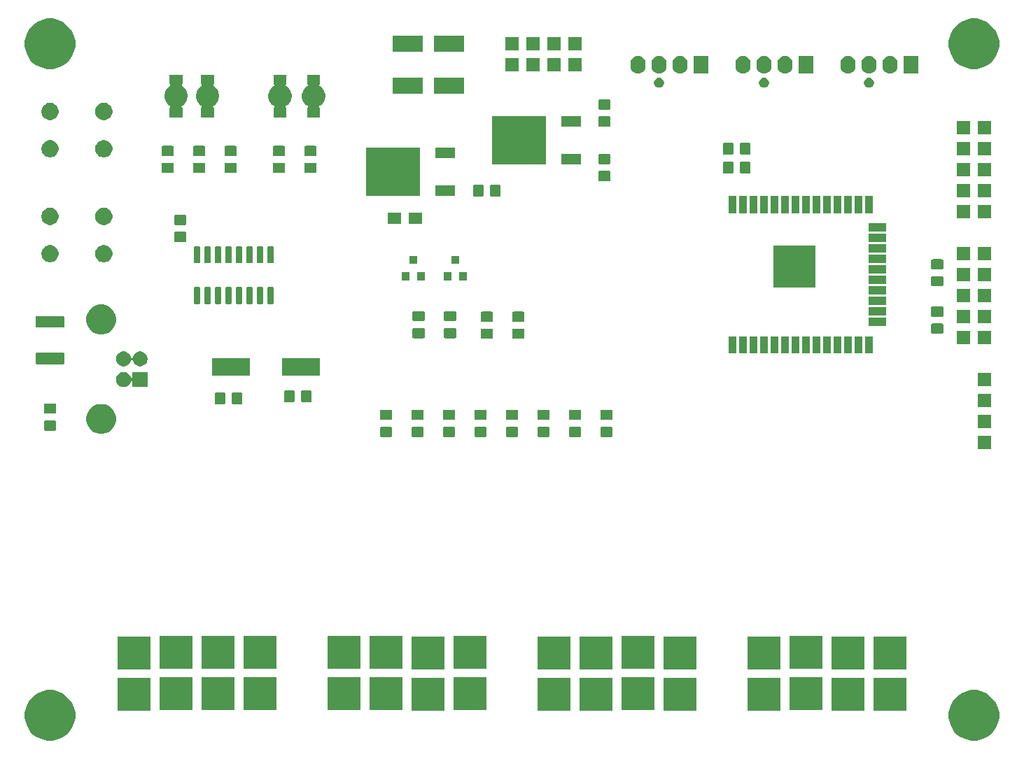
<source format=gbr>
G04 #@! TF.GenerationSoftware,KiCad,Pcbnew,5.1.5-52549c5~84~ubuntu18.04.1*
G04 #@! TF.CreationDate,2020-01-10T07:44:24+01:00*
G04 #@! TF.ProjectId,E32CB_R2,45333243-425f-4523-922e-6b696361645f,rev?*
G04 #@! TF.SameCoordinates,Original*
G04 #@! TF.FileFunction,Soldermask,Bot*
G04 #@! TF.FilePolarity,Negative*
%FSLAX46Y46*%
G04 Gerber Fmt 4.6, Leading zero omitted, Abs format (unit mm)*
G04 Created by KiCad (PCBNEW 5.1.5-52549c5~84~ubuntu18.04.1) date 2020-01-10 07:44:24*
%MOMM*%
%LPD*%
G04 APERTURE LIST*
%ADD10C,0.100000*%
G04 APERTURE END LIST*
D10*
G36*
X204089943Y-129146248D02*
G01*
X204645189Y-129376238D01*
X204645190Y-129376239D01*
X205144899Y-129710134D01*
X205569866Y-130135101D01*
X205569867Y-130135103D01*
X205903762Y-130634811D01*
X206133752Y-131190057D01*
X206251000Y-131779501D01*
X206251000Y-132380499D01*
X206133752Y-132969943D01*
X205903762Y-133525189D01*
X205903761Y-133525190D01*
X205569866Y-134024899D01*
X205144899Y-134449866D01*
X204893347Y-134617948D01*
X204645189Y-134783762D01*
X204089943Y-135013752D01*
X203500499Y-135131000D01*
X202899501Y-135131000D01*
X202310057Y-135013752D01*
X201754811Y-134783762D01*
X201506653Y-134617948D01*
X201255101Y-134449866D01*
X200830134Y-134024899D01*
X200496239Y-133525190D01*
X200496238Y-133525189D01*
X200266248Y-132969943D01*
X200149000Y-132380499D01*
X200149000Y-131779501D01*
X200266248Y-131190057D01*
X200496238Y-130634811D01*
X200830133Y-130135103D01*
X200830134Y-130135101D01*
X201255101Y-129710134D01*
X201754810Y-129376239D01*
X201754811Y-129376238D01*
X202310057Y-129146248D01*
X202899501Y-129029000D01*
X203500499Y-129029000D01*
X204089943Y-129146248D01*
G37*
G36*
X92329943Y-129146248D02*
G01*
X92885189Y-129376238D01*
X92885190Y-129376239D01*
X93384899Y-129710134D01*
X93809866Y-130135101D01*
X93809867Y-130135103D01*
X94143762Y-130634811D01*
X94373752Y-131190057D01*
X94491000Y-131779501D01*
X94491000Y-132380499D01*
X94373752Y-132969943D01*
X94143762Y-133525189D01*
X94143761Y-133525190D01*
X93809866Y-134024899D01*
X93384899Y-134449866D01*
X93133347Y-134617948D01*
X92885189Y-134783762D01*
X92329943Y-135013752D01*
X91740499Y-135131000D01*
X91139501Y-135131000D01*
X90550057Y-135013752D01*
X89994811Y-134783762D01*
X89746653Y-134617948D01*
X89495101Y-134449866D01*
X89070134Y-134024899D01*
X88736239Y-133525190D01*
X88736238Y-133525189D01*
X88506248Y-132969943D01*
X88389000Y-132380499D01*
X88389000Y-131779501D01*
X88506248Y-131190057D01*
X88736238Y-130634811D01*
X89070133Y-130135103D01*
X89070134Y-130135101D01*
X89495101Y-129710134D01*
X89994810Y-129376239D01*
X89994811Y-129376238D01*
X90550057Y-129146248D01*
X91139501Y-129029000D01*
X91740499Y-129029000D01*
X92329943Y-129146248D01*
G37*
G36*
X194996000Y-131496000D02*
G01*
X191084000Y-131496000D01*
X191084000Y-127584000D01*
X194996000Y-127584000D01*
X194996000Y-131496000D01*
G37*
G36*
X189916000Y-131496000D02*
G01*
X186004000Y-131496000D01*
X186004000Y-127584000D01*
X189916000Y-127584000D01*
X189916000Y-131496000D01*
G37*
G36*
X103556000Y-131496000D02*
G01*
X99644000Y-131496000D01*
X99644000Y-127584000D01*
X103556000Y-127584000D01*
X103556000Y-131496000D01*
G37*
G36*
X139116000Y-131496000D02*
G01*
X135204000Y-131496000D01*
X135204000Y-127584000D01*
X139116000Y-127584000D01*
X139116000Y-131496000D01*
G37*
G36*
X154356000Y-131496000D02*
G01*
X150444000Y-131496000D01*
X150444000Y-127584000D01*
X154356000Y-127584000D01*
X154356000Y-131496000D01*
G37*
G36*
X159436000Y-131496000D02*
G01*
X155524000Y-131496000D01*
X155524000Y-127584000D01*
X159436000Y-127584000D01*
X159436000Y-131496000D01*
G37*
G36*
X169596000Y-131496000D02*
G01*
X165684000Y-131496000D01*
X165684000Y-127584000D01*
X169596000Y-127584000D01*
X169596000Y-131496000D01*
G37*
G36*
X179756000Y-131496000D02*
G01*
X175844000Y-131496000D01*
X175844000Y-127584000D01*
X179756000Y-127584000D01*
X179756000Y-131496000D01*
G37*
G36*
X184836000Y-131416000D02*
G01*
X180924000Y-131416000D01*
X180924000Y-127504000D01*
X184836000Y-127504000D01*
X184836000Y-131416000D01*
G37*
G36*
X164516000Y-131416000D02*
G01*
X160604000Y-131416000D01*
X160604000Y-127504000D01*
X164516000Y-127504000D01*
X164516000Y-131416000D01*
G37*
G36*
X144196000Y-131416000D02*
G01*
X140284000Y-131416000D01*
X140284000Y-127504000D01*
X144196000Y-127504000D01*
X144196000Y-131416000D01*
G37*
G36*
X134036000Y-131416000D02*
G01*
X130124000Y-131416000D01*
X130124000Y-127504000D01*
X134036000Y-127504000D01*
X134036000Y-131416000D01*
G37*
G36*
X128956000Y-131416000D02*
G01*
X125044000Y-131416000D01*
X125044000Y-127504000D01*
X128956000Y-127504000D01*
X128956000Y-131416000D01*
G37*
G36*
X118796000Y-131416000D02*
G01*
X114884000Y-131416000D01*
X114884000Y-127504000D01*
X118796000Y-127504000D01*
X118796000Y-131416000D01*
G37*
G36*
X113716000Y-131416000D02*
G01*
X109804000Y-131416000D01*
X109804000Y-127504000D01*
X113716000Y-127504000D01*
X113716000Y-131416000D01*
G37*
G36*
X108636000Y-131416000D02*
G01*
X104724000Y-131416000D01*
X104724000Y-127504000D01*
X108636000Y-127504000D01*
X108636000Y-131416000D01*
G37*
G36*
X154356000Y-126496000D02*
G01*
X150444000Y-126496000D01*
X150444000Y-122584000D01*
X154356000Y-122584000D01*
X154356000Y-126496000D01*
G37*
G36*
X179756000Y-126496000D02*
G01*
X175844000Y-126496000D01*
X175844000Y-122584000D01*
X179756000Y-122584000D01*
X179756000Y-126496000D01*
G37*
G36*
X103556000Y-126496000D02*
G01*
X99644000Y-126496000D01*
X99644000Y-122584000D01*
X103556000Y-122584000D01*
X103556000Y-126496000D01*
G37*
G36*
X139116000Y-126496000D02*
G01*
X135204000Y-126496000D01*
X135204000Y-122584000D01*
X139116000Y-122584000D01*
X139116000Y-126496000D01*
G37*
G36*
X159436000Y-126496000D02*
G01*
X155524000Y-126496000D01*
X155524000Y-122584000D01*
X159436000Y-122584000D01*
X159436000Y-126496000D01*
G37*
G36*
X169596000Y-126496000D02*
G01*
X165684000Y-126496000D01*
X165684000Y-122584000D01*
X169596000Y-122584000D01*
X169596000Y-126496000D01*
G37*
G36*
X189916000Y-126496000D02*
G01*
X186004000Y-126496000D01*
X186004000Y-122584000D01*
X189916000Y-122584000D01*
X189916000Y-126496000D01*
G37*
G36*
X194996000Y-126496000D02*
G01*
X191084000Y-126496000D01*
X191084000Y-122584000D01*
X194996000Y-122584000D01*
X194996000Y-126496000D01*
G37*
G36*
X108636000Y-126416000D02*
G01*
X104724000Y-126416000D01*
X104724000Y-122504000D01*
X108636000Y-122504000D01*
X108636000Y-126416000D01*
G37*
G36*
X144196000Y-126416000D02*
G01*
X140284000Y-126416000D01*
X140284000Y-122504000D01*
X144196000Y-122504000D01*
X144196000Y-126416000D01*
G37*
G36*
X113716000Y-126416000D02*
G01*
X109804000Y-126416000D01*
X109804000Y-122504000D01*
X113716000Y-122504000D01*
X113716000Y-126416000D01*
G37*
G36*
X184836000Y-126416000D02*
G01*
X180924000Y-126416000D01*
X180924000Y-122504000D01*
X184836000Y-122504000D01*
X184836000Y-126416000D01*
G37*
G36*
X134036000Y-126416000D02*
G01*
X130124000Y-126416000D01*
X130124000Y-122504000D01*
X134036000Y-122504000D01*
X134036000Y-126416000D01*
G37*
G36*
X164516000Y-126416000D02*
G01*
X160604000Y-126416000D01*
X160604000Y-122504000D01*
X164516000Y-122504000D01*
X164516000Y-126416000D01*
G37*
G36*
X128956000Y-126416000D02*
G01*
X125044000Y-126416000D01*
X125044000Y-122504000D01*
X128956000Y-122504000D01*
X128956000Y-126416000D01*
G37*
G36*
X118796000Y-126416000D02*
G01*
X114884000Y-126416000D01*
X114884000Y-122504000D01*
X118796000Y-122504000D01*
X118796000Y-126416000D01*
G37*
G36*
X205283000Y-99873000D02*
G01*
X203657000Y-99873000D01*
X203657000Y-98247000D01*
X205283000Y-98247000D01*
X205283000Y-99873000D01*
G37*
G36*
X144098674Y-97140965D02*
G01*
X144136367Y-97152399D01*
X144171103Y-97170966D01*
X144201548Y-97195952D01*
X144226534Y-97226397D01*
X144245101Y-97261133D01*
X144256535Y-97298826D01*
X144261000Y-97344161D01*
X144261000Y-98180839D01*
X144256535Y-98226174D01*
X144245101Y-98263867D01*
X144226534Y-98298603D01*
X144201548Y-98329048D01*
X144171103Y-98354034D01*
X144136367Y-98372601D01*
X144098674Y-98384035D01*
X144053339Y-98388500D01*
X142966661Y-98388500D01*
X142921326Y-98384035D01*
X142883633Y-98372601D01*
X142848897Y-98354034D01*
X142818452Y-98329048D01*
X142793466Y-98298603D01*
X142774899Y-98263867D01*
X142763465Y-98226174D01*
X142759000Y-98180839D01*
X142759000Y-97344161D01*
X142763465Y-97298826D01*
X142774899Y-97261133D01*
X142793466Y-97226397D01*
X142818452Y-97195952D01*
X142848897Y-97170966D01*
X142883633Y-97152399D01*
X142921326Y-97140965D01*
X142966661Y-97136500D01*
X144053339Y-97136500D01*
X144098674Y-97140965D01*
G37*
G36*
X132668674Y-97140965D02*
G01*
X132706367Y-97152399D01*
X132741103Y-97170966D01*
X132771548Y-97195952D01*
X132796534Y-97226397D01*
X132815101Y-97261133D01*
X132826535Y-97298826D01*
X132831000Y-97344161D01*
X132831000Y-98180839D01*
X132826535Y-98226174D01*
X132815101Y-98263867D01*
X132796534Y-98298603D01*
X132771548Y-98329048D01*
X132741103Y-98354034D01*
X132706367Y-98372601D01*
X132668674Y-98384035D01*
X132623339Y-98388500D01*
X131536661Y-98388500D01*
X131491326Y-98384035D01*
X131453633Y-98372601D01*
X131418897Y-98354034D01*
X131388452Y-98329048D01*
X131363466Y-98298603D01*
X131344899Y-98263867D01*
X131333465Y-98226174D01*
X131329000Y-98180839D01*
X131329000Y-97344161D01*
X131333465Y-97298826D01*
X131344899Y-97261133D01*
X131363466Y-97226397D01*
X131388452Y-97195952D01*
X131418897Y-97170966D01*
X131453633Y-97152399D01*
X131491326Y-97140965D01*
X131536661Y-97136500D01*
X132623339Y-97136500D01*
X132668674Y-97140965D01*
G37*
G36*
X136478674Y-97140965D02*
G01*
X136516367Y-97152399D01*
X136551103Y-97170966D01*
X136581548Y-97195952D01*
X136606534Y-97226397D01*
X136625101Y-97261133D01*
X136636535Y-97298826D01*
X136641000Y-97344161D01*
X136641000Y-98180839D01*
X136636535Y-98226174D01*
X136625101Y-98263867D01*
X136606534Y-98298603D01*
X136581548Y-98329048D01*
X136551103Y-98354034D01*
X136516367Y-98372601D01*
X136478674Y-98384035D01*
X136433339Y-98388500D01*
X135346661Y-98388500D01*
X135301326Y-98384035D01*
X135263633Y-98372601D01*
X135228897Y-98354034D01*
X135198452Y-98329048D01*
X135173466Y-98298603D01*
X135154899Y-98263867D01*
X135143465Y-98226174D01*
X135139000Y-98180839D01*
X135139000Y-97344161D01*
X135143465Y-97298826D01*
X135154899Y-97261133D01*
X135173466Y-97226397D01*
X135198452Y-97195952D01*
X135228897Y-97170966D01*
X135263633Y-97152399D01*
X135301326Y-97140965D01*
X135346661Y-97136500D01*
X136433339Y-97136500D01*
X136478674Y-97140965D01*
G37*
G36*
X140288674Y-97140965D02*
G01*
X140326367Y-97152399D01*
X140361103Y-97170966D01*
X140391548Y-97195952D01*
X140416534Y-97226397D01*
X140435101Y-97261133D01*
X140446535Y-97298826D01*
X140451000Y-97344161D01*
X140451000Y-98180839D01*
X140446535Y-98226174D01*
X140435101Y-98263867D01*
X140416534Y-98298603D01*
X140391548Y-98329048D01*
X140361103Y-98354034D01*
X140326367Y-98372601D01*
X140288674Y-98384035D01*
X140243339Y-98388500D01*
X139156661Y-98388500D01*
X139111326Y-98384035D01*
X139073633Y-98372601D01*
X139038897Y-98354034D01*
X139008452Y-98329048D01*
X138983466Y-98298603D01*
X138964899Y-98263867D01*
X138953465Y-98226174D01*
X138949000Y-98180839D01*
X138949000Y-97344161D01*
X138953465Y-97298826D01*
X138964899Y-97261133D01*
X138983466Y-97226397D01*
X139008452Y-97195952D01*
X139038897Y-97170966D01*
X139073633Y-97152399D01*
X139111326Y-97140965D01*
X139156661Y-97136500D01*
X140243339Y-97136500D01*
X140288674Y-97140965D01*
G37*
G36*
X155528674Y-97140965D02*
G01*
X155566367Y-97152399D01*
X155601103Y-97170966D01*
X155631548Y-97195952D01*
X155656534Y-97226397D01*
X155675101Y-97261133D01*
X155686535Y-97298826D01*
X155691000Y-97344161D01*
X155691000Y-98180839D01*
X155686535Y-98226174D01*
X155675101Y-98263867D01*
X155656534Y-98298603D01*
X155631548Y-98329048D01*
X155601103Y-98354034D01*
X155566367Y-98372601D01*
X155528674Y-98384035D01*
X155483339Y-98388500D01*
X154396661Y-98388500D01*
X154351326Y-98384035D01*
X154313633Y-98372601D01*
X154278897Y-98354034D01*
X154248452Y-98329048D01*
X154223466Y-98298603D01*
X154204899Y-98263867D01*
X154193465Y-98226174D01*
X154189000Y-98180839D01*
X154189000Y-97344161D01*
X154193465Y-97298826D01*
X154204899Y-97261133D01*
X154223466Y-97226397D01*
X154248452Y-97195952D01*
X154278897Y-97170966D01*
X154313633Y-97152399D01*
X154351326Y-97140965D01*
X154396661Y-97136500D01*
X155483339Y-97136500D01*
X155528674Y-97140965D01*
G37*
G36*
X147908674Y-97140965D02*
G01*
X147946367Y-97152399D01*
X147981103Y-97170966D01*
X148011548Y-97195952D01*
X148036534Y-97226397D01*
X148055101Y-97261133D01*
X148066535Y-97298826D01*
X148071000Y-97344161D01*
X148071000Y-98180839D01*
X148066535Y-98226174D01*
X148055101Y-98263867D01*
X148036534Y-98298603D01*
X148011548Y-98329048D01*
X147981103Y-98354034D01*
X147946367Y-98372601D01*
X147908674Y-98384035D01*
X147863339Y-98388500D01*
X146776661Y-98388500D01*
X146731326Y-98384035D01*
X146693633Y-98372601D01*
X146658897Y-98354034D01*
X146628452Y-98329048D01*
X146603466Y-98298603D01*
X146584899Y-98263867D01*
X146573465Y-98226174D01*
X146569000Y-98180839D01*
X146569000Y-97344161D01*
X146573465Y-97298826D01*
X146584899Y-97261133D01*
X146603466Y-97226397D01*
X146628452Y-97195952D01*
X146658897Y-97170966D01*
X146693633Y-97152399D01*
X146731326Y-97140965D01*
X146776661Y-97136500D01*
X147863339Y-97136500D01*
X147908674Y-97140965D01*
G37*
G36*
X159338674Y-97140965D02*
G01*
X159376367Y-97152399D01*
X159411103Y-97170966D01*
X159441548Y-97195952D01*
X159466534Y-97226397D01*
X159485101Y-97261133D01*
X159496535Y-97298826D01*
X159501000Y-97344161D01*
X159501000Y-98180839D01*
X159496535Y-98226174D01*
X159485101Y-98263867D01*
X159466534Y-98298603D01*
X159441548Y-98329048D01*
X159411103Y-98354034D01*
X159376367Y-98372601D01*
X159338674Y-98384035D01*
X159293339Y-98388500D01*
X158206661Y-98388500D01*
X158161326Y-98384035D01*
X158123633Y-98372601D01*
X158088897Y-98354034D01*
X158058452Y-98329048D01*
X158033466Y-98298603D01*
X158014899Y-98263867D01*
X158003465Y-98226174D01*
X157999000Y-98180839D01*
X157999000Y-97344161D01*
X158003465Y-97298826D01*
X158014899Y-97261133D01*
X158033466Y-97226397D01*
X158058452Y-97195952D01*
X158088897Y-97170966D01*
X158123633Y-97152399D01*
X158161326Y-97140965D01*
X158206661Y-97136500D01*
X159293339Y-97136500D01*
X159338674Y-97140965D01*
G37*
G36*
X151718674Y-97140965D02*
G01*
X151756367Y-97152399D01*
X151791103Y-97170966D01*
X151821548Y-97195952D01*
X151846534Y-97226397D01*
X151865101Y-97261133D01*
X151876535Y-97298826D01*
X151881000Y-97344161D01*
X151881000Y-98180839D01*
X151876535Y-98226174D01*
X151865101Y-98263867D01*
X151846534Y-98298603D01*
X151821548Y-98329048D01*
X151791103Y-98354034D01*
X151756367Y-98372601D01*
X151718674Y-98384035D01*
X151673339Y-98388500D01*
X150586661Y-98388500D01*
X150541326Y-98384035D01*
X150503633Y-98372601D01*
X150468897Y-98354034D01*
X150438452Y-98329048D01*
X150413466Y-98298603D01*
X150394899Y-98263867D01*
X150383465Y-98226174D01*
X150379000Y-98180839D01*
X150379000Y-97344161D01*
X150383465Y-97298826D01*
X150394899Y-97261133D01*
X150413466Y-97226397D01*
X150438452Y-97195952D01*
X150468897Y-97170966D01*
X150503633Y-97152399D01*
X150541326Y-97140965D01*
X150586661Y-97136500D01*
X151673339Y-97136500D01*
X151718674Y-97140965D01*
G37*
G36*
X98145331Y-94478211D02*
G01*
X98473092Y-94613974D01*
X98768070Y-94811072D01*
X99018928Y-95061930D01*
X99216026Y-95356908D01*
X99351789Y-95684669D01*
X99421000Y-96032616D01*
X99421000Y-96387384D01*
X99351789Y-96735331D01*
X99216026Y-97063092D01*
X99018928Y-97358070D01*
X98768070Y-97608928D01*
X98473092Y-97806026D01*
X98145331Y-97941789D01*
X97797384Y-98011000D01*
X97442616Y-98011000D01*
X97094669Y-97941789D01*
X96766908Y-97806026D01*
X96471930Y-97608928D01*
X96221072Y-97358070D01*
X96023974Y-97063092D01*
X95888211Y-96735331D01*
X95819000Y-96387384D01*
X95819000Y-96032616D01*
X95888211Y-95684669D01*
X96023974Y-95356908D01*
X96221072Y-95061930D01*
X96471930Y-94811072D01*
X96766908Y-94613974D01*
X97094669Y-94478211D01*
X97442616Y-94409000D01*
X97797384Y-94409000D01*
X98145331Y-94478211D01*
G37*
G36*
X92028674Y-96383465D02*
G01*
X92066367Y-96394899D01*
X92101103Y-96413466D01*
X92131548Y-96438452D01*
X92156534Y-96468897D01*
X92175101Y-96503633D01*
X92186535Y-96541326D01*
X92191000Y-96586661D01*
X92191000Y-97423339D01*
X92186535Y-97468674D01*
X92175101Y-97506367D01*
X92156534Y-97541103D01*
X92131548Y-97571548D01*
X92101103Y-97596534D01*
X92066367Y-97615101D01*
X92028674Y-97626535D01*
X91983339Y-97631000D01*
X90896661Y-97631000D01*
X90851326Y-97626535D01*
X90813633Y-97615101D01*
X90778897Y-97596534D01*
X90748452Y-97571548D01*
X90723466Y-97541103D01*
X90704899Y-97506367D01*
X90693465Y-97468674D01*
X90689000Y-97423339D01*
X90689000Y-96586661D01*
X90693465Y-96541326D01*
X90704899Y-96503633D01*
X90723466Y-96468897D01*
X90748452Y-96438452D01*
X90778897Y-96413466D01*
X90813633Y-96394899D01*
X90851326Y-96383465D01*
X90896661Y-96379000D01*
X91983339Y-96379000D01*
X92028674Y-96383465D01*
G37*
G36*
X205283000Y-97333000D02*
G01*
X203657000Y-97333000D01*
X203657000Y-95707000D01*
X205283000Y-95707000D01*
X205283000Y-97333000D01*
G37*
G36*
X132668674Y-95090965D02*
G01*
X132706367Y-95102399D01*
X132741103Y-95120966D01*
X132771548Y-95145952D01*
X132796534Y-95176397D01*
X132815101Y-95211133D01*
X132826535Y-95248826D01*
X132831000Y-95294161D01*
X132831000Y-96130839D01*
X132826535Y-96176174D01*
X132815101Y-96213867D01*
X132796534Y-96248603D01*
X132771548Y-96279048D01*
X132741103Y-96304034D01*
X132706367Y-96322601D01*
X132668674Y-96334035D01*
X132623339Y-96338500D01*
X131536661Y-96338500D01*
X131491326Y-96334035D01*
X131453633Y-96322601D01*
X131418897Y-96304034D01*
X131388452Y-96279048D01*
X131363466Y-96248603D01*
X131344899Y-96213867D01*
X131333465Y-96176174D01*
X131329000Y-96130839D01*
X131329000Y-95294161D01*
X131333465Y-95248826D01*
X131344899Y-95211133D01*
X131363466Y-95176397D01*
X131388452Y-95145952D01*
X131418897Y-95120966D01*
X131453633Y-95102399D01*
X131491326Y-95090965D01*
X131536661Y-95086500D01*
X132623339Y-95086500D01*
X132668674Y-95090965D01*
G37*
G36*
X159338674Y-95090965D02*
G01*
X159376367Y-95102399D01*
X159411103Y-95120966D01*
X159441548Y-95145952D01*
X159466534Y-95176397D01*
X159485101Y-95211133D01*
X159496535Y-95248826D01*
X159501000Y-95294161D01*
X159501000Y-96130839D01*
X159496535Y-96176174D01*
X159485101Y-96213867D01*
X159466534Y-96248603D01*
X159441548Y-96279048D01*
X159411103Y-96304034D01*
X159376367Y-96322601D01*
X159338674Y-96334035D01*
X159293339Y-96338500D01*
X158206661Y-96338500D01*
X158161326Y-96334035D01*
X158123633Y-96322601D01*
X158088897Y-96304034D01*
X158058452Y-96279048D01*
X158033466Y-96248603D01*
X158014899Y-96213867D01*
X158003465Y-96176174D01*
X157999000Y-96130839D01*
X157999000Y-95294161D01*
X158003465Y-95248826D01*
X158014899Y-95211133D01*
X158033466Y-95176397D01*
X158058452Y-95145952D01*
X158088897Y-95120966D01*
X158123633Y-95102399D01*
X158161326Y-95090965D01*
X158206661Y-95086500D01*
X159293339Y-95086500D01*
X159338674Y-95090965D01*
G37*
G36*
X155528674Y-95090965D02*
G01*
X155566367Y-95102399D01*
X155601103Y-95120966D01*
X155631548Y-95145952D01*
X155656534Y-95176397D01*
X155675101Y-95211133D01*
X155686535Y-95248826D01*
X155691000Y-95294161D01*
X155691000Y-96130839D01*
X155686535Y-96176174D01*
X155675101Y-96213867D01*
X155656534Y-96248603D01*
X155631548Y-96279048D01*
X155601103Y-96304034D01*
X155566367Y-96322601D01*
X155528674Y-96334035D01*
X155483339Y-96338500D01*
X154396661Y-96338500D01*
X154351326Y-96334035D01*
X154313633Y-96322601D01*
X154278897Y-96304034D01*
X154248452Y-96279048D01*
X154223466Y-96248603D01*
X154204899Y-96213867D01*
X154193465Y-96176174D01*
X154189000Y-96130839D01*
X154189000Y-95294161D01*
X154193465Y-95248826D01*
X154204899Y-95211133D01*
X154223466Y-95176397D01*
X154248452Y-95145952D01*
X154278897Y-95120966D01*
X154313633Y-95102399D01*
X154351326Y-95090965D01*
X154396661Y-95086500D01*
X155483339Y-95086500D01*
X155528674Y-95090965D01*
G37*
G36*
X151718674Y-95090965D02*
G01*
X151756367Y-95102399D01*
X151791103Y-95120966D01*
X151821548Y-95145952D01*
X151846534Y-95176397D01*
X151865101Y-95211133D01*
X151876535Y-95248826D01*
X151881000Y-95294161D01*
X151881000Y-96130839D01*
X151876535Y-96176174D01*
X151865101Y-96213867D01*
X151846534Y-96248603D01*
X151821548Y-96279048D01*
X151791103Y-96304034D01*
X151756367Y-96322601D01*
X151718674Y-96334035D01*
X151673339Y-96338500D01*
X150586661Y-96338500D01*
X150541326Y-96334035D01*
X150503633Y-96322601D01*
X150468897Y-96304034D01*
X150438452Y-96279048D01*
X150413466Y-96248603D01*
X150394899Y-96213867D01*
X150383465Y-96176174D01*
X150379000Y-96130839D01*
X150379000Y-95294161D01*
X150383465Y-95248826D01*
X150394899Y-95211133D01*
X150413466Y-95176397D01*
X150438452Y-95145952D01*
X150468897Y-95120966D01*
X150503633Y-95102399D01*
X150541326Y-95090965D01*
X150586661Y-95086500D01*
X151673339Y-95086500D01*
X151718674Y-95090965D01*
G37*
G36*
X147908674Y-95090965D02*
G01*
X147946367Y-95102399D01*
X147981103Y-95120966D01*
X148011548Y-95145952D01*
X148036534Y-95176397D01*
X148055101Y-95211133D01*
X148066535Y-95248826D01*
X148071000Y-95294161D01*
X148071000Y-96130839D01*
X148066535Y-96176174D01*
X148055101Y-96213867D01*
X148036534Y-96248603D01*
X148011548Y-96279048D01*
X147981103Y-96304034D01*
X147946367Y-96322601D01*
X147908674Y-96334035D01*
X147863339Y-96338500D01*
X146776661Y-96338500D01*
X146731326Y-96334035D01*
X146693633Y-96322601D01*
X146658897Y-96304034D01*
X146628452Y-96279048D01*
X146603466Y-96248603D01*
X146584899Y-96213867D01*
X146573465Y-96176174D01*
X146569000Y-96130839D01*
X146569000Y-95294161D01*
X146573465Y-95248826D01*
X146584899Y-95211133D01*
X146603466Y-95176397D01*
X146628452Y-95145952D01*
X146658897Y-95120966D01*
X146693633Y-95102399D01*
X146731326Y-95090965D01*
X146776661Y-95086500D01*
X147863339Y-95086500D01*
X147908674Y-95090965D01*
G37*
G36*
X144098674Y-95090965D02*
G01*
X144136367Y-95102399D01*
X144171103Y-95120966D01*
X144201548Y-95145952D01*
X144226534Y-95176397D01*
X144245101Y-95211133D01*
X144256535Y-95248826D01*
X144261000Y-95294161D01*
X144261000Y-96130839D01*
X144256535Y-96176174D01*
X144245101Y-96213867D01*
X144226534Y-96248603D01*
X144201548Y-96279048D01*
X144171103Y-96304034D01*
X144136367Y-96322601D01*
X144098674Y-96334035D01*
X144053339Y-96338500D01*
X142966661Y-96338500D01*
X142921326Y-96334035D01*
X142883633Y-96322601D01*
X142848897Y-96304034D01*
X142818452Y-96279048D01*
X142793466Y-96248603D01*
X142774899Y-96213867D01*
X142763465Y-96176174D01*
X142759000Y-96130839D01*
X142759000Y-95294161D01*
X142763465Y-95248826D01*
X142774899Y-95211133D01*
X142793466Y-95176397D01*
X142818452Y-95145952D01*
X142848897Y-95120966D01*
X142883633Y-95102399D01*
X142921326Y-95090965D01*
X142966661Y-95086500D01*
X144053339Y-95086500D01*
X144098674Y-95090965D01*
G37*
G36*
X140288674Y-95090965D02*
G01*
X140326367Y-95102399D01*
X140361103Y-95120966D01*
X140391548Y-95145952D01*
X140416534Y-95176397D01*
X140435101Y-95211133D01*
X140446535Y-95248826D01*
X140451000Y-95294161D01*
X140451000Y-96130839D01*
X140446535Y-96176174D01*
X140435101Y-96213867D01*
X140416534Y-96248603D01*
X140391548Y-96279048D01*
X140361103Y-96304034D01*
X140326367Y-96322601D01*
X140288674Y-96334035D01*
X140243339Y-96338500D01*
X139156661Y-96338500D01*
X139111326Y-96334035D01*
X139073633Y-96322601D01*
X139038897Y-96304034D01*
X139008452Y-96279048D01*
X138983466Y-96248603D01*
X138964899Y-96213867D01*
X138953465Y-96176174D01*
X138949000Y-96130839D01*
X138949000Y-95294161D01*
X138953465Y-95248826D01*
X138964899Y-95211133D01*
X138983466Y-95176397D01*
X139008452Y-95145952D01*
X139038897Y-95120966D01*
X139073633Y-95102399D01*
X139111326Y-95090965D01*
X139156661Y-95086500D01*
X140243339Y-95086500D01*
X140288674Y-95090965D01*
G37*
G36*
X136478674Y-95090965D02*
G01*
X136516367Y-95102399D01*
X136551103Y-95120966D01*
X136581548Y-95145952D01*
X136606534Y-95176397D01*
X136625101Y-95211133D01*
X136636535Y-95248826D01*
X136641000Y-95294161D01*
X136641000Y-96130839D01*
X136636535Y-96176174D01*
X136625101Y-96213867D01*
X136606534Y-96248603D01*
X136581548Y-96279048D01*
X136551103Y-96304034D01*
X136516367Y-96322601D01*
X136478674Y-96334035D01*
X136433339Y-96338500D01*
X135346661Y-96338500D01*
X135301326Y-96334035D01*
X135263633Y-96322601D01*
X135228897Y-96304034D01*
X135198452Y-96279048D01*
X135173466Y-96248603D01*
X135154899Y-96213867D01*
X135143465Y-96176174D01*
X135139000Y-96130839D01*
X135139000Y-95294161D01*
X135143465Y-95248826D01*
X135154899Y-95211133D01*
X135173466Y-95176397D01*
X135198452Y-95145952D01*
X135228897Y-95120966D01*
X135263633Y-95102399D01*
X135301326Y-95090965D01*
X135346661Y-95086500D01*
X136433339Y-95086500D01*
X136478674Y-95090965D01*
G37*
G36*
X92028674Y-94333465D02*
G01*
X92066367Y-94344899D01*
X92101103Y-94363466D01*
X92131548Y-94388452D01*
X92156534Y-94418897D01*
X92175101Y-94453633D01*
X92186535Y-94491326D01*
X92191000Y-94536661D01*
X92191000Y-95373339D01*
X92186535Y-95418674D01*
X92175101Y-95456367D01*
X92156534Y-95491103D01*
X92131548Y-95521548D01*
X92101103Y-95546534D01*
X92066367Y-95565101D01*
X92028674Y-95576535D01*
X91983339Y-95581000D01*
X90896661Y-95581000D01*
X90851326Y-95576535D01*
X90813633Y-95565101D01*
X90778897Y-95546534D01*
X90748452Y-95521548D01*
X90723466Y-95491103D01*
X90704899Y-95456367D01*
X90693465Y-95418674D01*
X90689000Y-95373339D01*
X90689000Y-94536661D01*
X90693465Y-94491326D01*
X90704899Y-94453633D01*
X90723466Y-94418897D01*
X90748452Y-94388452D01*
X90778897Y-94363466D01*
X90813633Y-94344899D01*
X90851326Y-94333465D01*
X90896661Y-94329000D01*
X91983339Y-94329000D01*
X92028674Y-94333465D01*
G37*
G36*
X205283000Y-94793000D02*
G01*
X203657000Y-94793000D01*
X203657000Y-93167000D01*
X205283000Y-93167000D01*
X205283000Y-94793000D01*
G37*
G36*
X112468674Y-92979465D02*
G01*
X112506367Y-92990899D01*
X112541103Y-93009466D01*
X112571548Y-93034452D01*
X112596534Y-93064897D01*
X112615101Y-93099633D01*
X112626535Y-93137326D01*
X112631000Y-93182661D01*
X112631000Y-94269339D01*
X112626535Y-94314674D01*
X112615101Y-94352367D01*
X112596534Y-94387103D01*
X112571548Y-94417548D01*
X112541103Y-94442534D01*
X112506367Y-94461101D01*
X112468674Y-94472535D01*
X112423339Y-94477000D01*
X111586661Y-94477000D01*
X111541326Y-94472535D01*
X111503633Y-94461101D01*
X111468897Y-94442534D01*
X111438452Y-94417548D01*
X111413466Y-94387103D01*
X111394899Y-94352367D01*
X111383465Y-94314674D01*
X111379000Y-94269339D01*
X111379000Y-93182661D01*
X111383465Y-93137326D01*
X111394899Y-93099633D01*
X111413466Y-93064897D01*
X111438452Y-93034452D01*
X111468897Y-93009466D01*
X111503633Y-92990899D01*
X111541326Y-92979465D01*
X111586661Y-92975000D01*
X112423339Y-92975000D01*
X112468674Y-92979465D01*
G37*
G36*
X114518674Y-92979465D02*
G01*
X114556367Y-92990899D01*
X114591103Y-93009466D01*
X114621548Y-93034452D01*
X114646534Y-93064897D01*
X114665101Y-93099633D01*
X114676535Y-93137326D01*
X114681000Y-93182661D01*
X114681000Y-94269339D01*
X114676535Y-94314674D01*
X114665101Y-94352367D01*
X114646534Y-94387103D01*
X114621548Y-94417548D01*
X114591103Y-94442534D01*
X114556367Y-94461101D01*
X114518674Y-94472535D01*
X114473339Y-94477000D01*
X113636661Y-94477000D01*
X113591326Y-94472535D01*
X113553633Y-94461101D01*
X113518897Y-94442534D01*
X113488452Y-94417548D01*
X113463466Y-94387103D01*
X113444899Y-94352367D01*
X113433465Y-94314674D01*
X113429000Y-94269339D01*
X113429000Y-93182661D01*
X113433465Y-93137326D01*
X113444899Y-93099633D01*
X113463466Y-93064897D01*
X113488452Y-93034452D01*
X113518897Y-93009466D01*
X113553633Y-92990899D01*
X113591326Y-92979465D01*
X113636661Y-92975000D01*
X114473339Y-92975000D01*
X114518674Y-92979465D01*
G37*
G36*
X122900674Y-92725465D02*
G01*
X122938367Y-92736899D01*
X122973103Y-92755466D01*
X123003548Y-92780452D01*
X123028534Y-92810897D01*
X123047101Y-92845633D01*
X123058535Y-92883326D01*
X123063000Y-92928661D01*
X123063000Y-94015339D01*
X123058535Y-94060674D01*
X123047101Y-94098367D01*
X123028534Y-94133103D01*
X123003548Y-94163548D01*
X122973103Y-94188534D01*
X122938367Y-94207101D01*
X122900674Y-94218535D01*
X122855339Y-94223000D01*
X122018661Y-94223000D01*
X121973326Y-94218535D01*
X121935633Y-94207101D01*
X121900897Y-94188534D01*
X121870452Y-94163548D01*
X121845466Y-94133103D01*
X121826899Y-94098367D01*
X121815465Y-94060674D01*
X121811000Y-94015339D01*
X121811000Y-92928661D01*
X121815465Y-92883326D01*
X121826899Y-92845633D01*
X121845466Y-92810897D01*
X121870452Y-92780452D01*
X121900897Y-92755466D01*
X121935633Y-92736899D01*
X121973326Y-92725465D01*
X122018661Y-92721000D01*
X122855339Y-92721000D01*
X122900674Y-92725465D01*
G37*
G36*
X120850674Y-92725465D02*
G01*
X120888367Y-92736899D01*
X120923103Y-92755466D01*
X120953548Y-92780452D01*
X120978534Y-92810897D01*
X120997101Y-92845633D01*
X121008535Y-92883326D01*
X121013000Y-92928661D01*
X121013000Y-94015339D01*
X121008535Y-94060674D01*
X120997101Y-94098367D01*
X120978534Y-94133103D01*
X120953548Y-94163548D01*
X120923103Y-94188534D01*
X120888367Y-94207101D01*
X120850674Y-94218535D01*
X120805339Y-94223000D01*
X119968661Y-94223000D01*
X119923326Y-94218535D01*
X119885633Y-94207101D01*
X119850897Y-94188534D01*
X119820452Y-94163548D01*
X119795466Y-94133103D01*
X119776899Y-94098367D01*
X119765465Y-94060674D01*
X119761000Y-94015339D01*
X119761000Y-92928661D01*
X119765465Y-92883326D01*
X119776899Y-92845633D01*
X119795466Y-92810897D01*
X119820452Y-92780452D01*
X119850897Y-92755466D01*
X119885633Y-92736899D01*
X119923326Y-92725465D01*
X119968661Y-92721000D01*
X120805339Y-92721000D01*
X120850674Y-92725465D01*
G37*
G36*
X100443512Y-90543927D02*
G01*
X100592812Y-90573624D01*
X100756784Y-90641544D01*
X100904354Y-90740147D01*
X101029853Y-90865646D01*
X101128456Y-91013216D01*
X101188523Y-91158229D01*
X101200068Y-91179829D01*
X101215613Y-91198771D01*
X101234555Y-91214316D01*
X101256166Y-91225867D01*
X101279615Y-91232980D01*
X101304001Y-91235382D01*
X101328387Y-91232980D01*
X101351836Y-91225867D01*
X101373447Y-91214316D01*
X101392389Y-91198771D01*
X101407934Y-91179829D01*
X101419485Y-91158218D01*
X101426598Y-91134769D01*
X101429000Y-91110383D01*
X101429000Y-90539000D01*
X103231000Y-90539000D01*
X103231000Y-92341000D01*
X101429000Y-92341000D01*
X101429000Y-91769617D01*
X101426598Y-91745231D01*
X101419485Y-91721782D01*
X101407934Y-91700171D01*
X101392389Y-91681229D01*
X101373447Y-91665684D01*
X101351836Y-91654133D01*
X101328387Y-91647020D01*
X101304001Y-91644618D01*
X101279615Y-91647020D01*
X101256166Y-91654133D01*
X101234555Y-91665684D01*
X101215613Y-91681229D01*
X101200068Y-91700171D01*
X101188523Y-91721771D01*
X101128456Y-91866784D01*
X101029853Y-92014354D01*
X100904354Y-92139853D01*
X100756784Y-92238456D01*
X100592812Y-92306376D01*
X100443512Y-92336073D01*
X100418742Y-92341000D01*
X100241258Y-92341000D01*
X100216488Y-92336073D01*
X100067188Y-92306376D01*
X99903216Y-92238456D01*
X99755646Y-92139853D01*
X99630147Y-92014354D01*
X99531544Y-91866784D01*
X99463624Y-91702812D01*
X99429000Y-91528741D01*
X99429000Y-91351259D01*
X99463624Y-91177188D01*
X99531544Y-91013216D01*
X99630147Y-90865646D01*
X99755646Y-90740147D01*
X99903216Y-90641544D01*
X100067188Y-90573624D01*
X100216488Y-90543927D01*
X100241258Y-90539000D01*
X100418742Y-90539000D01*
X100443512Y-90543927D01*
G37*
G36*
X205283000Y-92253000D02*
G01*
X203657000Y-92253000D01*
X203657000Y-90627000D01*
X205283000Y-90627000D01*
X205283000Y-92253000D01*
G37*
G36*
X124121500Y-90967000D02*
G01*
X119519500Y-90967000D01*
X119519500Y-88865000D01*
X124121500Y-88865000D01*
X124121500Y-90967000D01*
G37*
G36*
X115621500Y-90967000D02*
G01*
X111019500Y-90967000D01*
X111019500Y-88865000D01*
X115621500Y-88865000D01*
X115621500Y-90967000D01*
G37*
G36*
X100443512Y-88043927D02*
G01*
X100592812Y-88073624D01*
X100756784Y-88141544D01*
X100904354Y-88240147D01*
X101029853Y-88365646D01*
X101128456Y-88513216D01*
X101196376Y-88677188D01*
X101207405Y-88732638D01*
X101214516Y-88756078D01*
X101226067Y-88777689D01*
X101241613Y-88796631D01*
X101260555Y-88812176D01*
X101282165Y-88823727D01*
X101305614Y-88830840D01*
X101330000Y-88833242D01*
X101354387Y-88830840D01*
X101377835Y-88823727D01*
X101399446Y-88812176D01*
X101418388Y-88796630D01*
X101433933Y-88777688D01*
X101445484Y-88756078D01*
X101452595Y-88732638D01*
X101463624Y-88677188D01*
X101531544Y-88513216D01*
X101630147Y-88365646D01*
X101755646Y-88240147D01*
X101903216Y-88141544D01*
X102067188Y-88073624D01*
X102216488Y-88043927D01*
X102241258Y-88039000D01*
X102418742Y-88039000D01*
X102443512Y-88043927D01*
X102592812Y-88073624D01*
X102756784Y-88141544D01*
X102904354Y-88240147D01*
X103029853Y-88365646D01*
X103128456Y-88513216D01*
X103196376Y-88677188D01*
X103231000Y-88851259D01*
X103231000Y-89028741D01*
X103196376Y-89202812D01*
X103128456Y-89366784D01*
X103029853Y-89514354D01*
X102904354Y-89639853D01*
X102756784Y-89738456D01*
X102592812Y-89806376D01*
X102443512Y-89836073D01*
X102418742Y-89841000D01*
X102241258Y-89841000D01*
X102216488Y-89836073D01*
X102067188Y-89806376D01*
X101903216Y-89738456D01*
X101755646Y-89639853D01*
X101630147Y-89514354D01*
X101531544Y-89366784D01*
X101463624Y-89202812D01*
X101452595Y-89147362D01*
X101445484Y-89123922D01*
X101433933Y-89102311D01*
X101418387Y-89083369D01*
X101399445Y-89067824D01*
X101377835Y-89056273D01*
X101354386Y-89049160D01*
X101330000Y-89046758D01*
X101305613Y-89049160D01*
X101282165Y-89056273D01*
X101260554Y-89067824D01*
X101241612Y-89083370D01*
X101226067Y-89102312D01*
X101214516Y-89123922D01*
X101207405Y-89147362D01*
X101196376Y-89202812D01*
X101128456Y-89366784D01*
X101029853Y-89514354D01*
X100904354Y-89639853D01*
X100756784Y-89738456D01*
X100592812Y-89806376D01*
X100443512Y-89836073D01*
X100418742Y-89841000D01*
X100241258Y-89841000D01*
X100216488Y-89836073D01*
X100067188Y-89806376D01*
X99903216Y-89738456D01*
X99755646Y-89639853D01*
X99630147Y-89514354D01*
X99531544Y-89366784D01*
X99463624Y-89202812D01*
X99429000Y-89028741D01*
X99429000Y-88851259D01*
X99463624Y-88677188D01*
X99531544Y-88513216D01*
X99630147Y-88365646D01*
X99755646Y-88240147D01*
X99903216Y-88141544D01*
X100067188Y-88073624D01*
X100216488Y-88043927D01*
X100241258Y-88039000D01*
X100418742Y-88039000D01*
X100443512Y-88043927D01*
G37*
G36*
X93035781Y-88203295D02*
G01*
X93071816Y-88214227D01*
X93105024Y-88231977D01*
X93134134Y-88255866D01*
X93158023Y-88284976D01*
X93175773Y-88318184D01*
X93186705Y-88354219D01*
X93191000Y-88397831D01*
X93191000Y-89402169D01*
X93186705Y-89445781D01*
X93175773Y-89481816D01*
X93158023Y-89515024D01*
X93134134Y-89544134D01*
X93105024Y-89568023D01*
X93071816Y-89585773D01*
X93035781Y-89596705D01*
X92992169Y-89601000D01*
X89887831Y-89601000D01*
X89844219Y-89596705D01*
X89808184Y-89585773D01*
X89774976Y-89568023D01*
X89745866Y-89544134D01*
X89721977Y-89515024D01*
X89704227Y-89481816D01*
X89693295Y-89445781D01*
X89689000Y-89402169D01*
X89689000Y-88397831D01*
X89693295Y-88354219D01*
X89704227Y-88318184D01*
X89721977Y-88284976D01*
X89745866Y-88255866D01*
X89774976Y-88231977D01*
X89808184Y-88214227D01*
X89844219Y-88203295D01*
X89887831Y-88199000D01*
X92992169Y-88199000D01*
X93035781Y-88203295D01*
G37*
G36*
X178301000Y-88291000D02*
G01*
X177299000Y-88291000D01*
X177299000Y-86189000D01*
X178301000Y-86189000D01*
X178301000Y-88291000D01*
G37*
G36*
X185921000Y-88291000D02*
G01*
X184919000Y-88291000D01*
X184919000Y-86189000D01*
X185921000Y-86189000D01*
X185921000Y-88291000D01*
G37*
G36*
X184651000Y-88291000D02*
G01*
X183649000Y-88291000D01*
X183649000Y-86189000D01*
X184651000Y-86189000D01*
X184651000Y-88291000D01*
G37*
G36*
X183381000Y-88291000D02*
G01*
X182379000Y-88291000D01*
X182379000Y-86189000D01*
X183381000Y-86189000D01*
X183381000Y-88291000D01*
G37*
G36*
X182111000Y-88291000D02*
G01*
X181109000Y-88291000D01*
X181109000Y-86189000D01*
X182111000Y-86189000D01*
X182111000Y-88291000D01*
G37*
G36*
X188461000Y-88291000D02*
G01*
X187459000Y-88291000D01*
X187459000Y-86189000D01*
X188461000Y-86189000D01*
X188461000Y-88291000D01*
G37*
G36*
X177031000Y-88291000D02*
G01*
X176029000Y-88291000D01*
X176029000Y-86189000D01*
X177031000Y-86189000D01*
X177031000Y-88291000D01*
G37*
G36*
X179571000Y-88291000D02*
G01*
X178569000Y-88291000D01*
X178569000Y-86189000D01*
X179571000Y-86189000D01*
X179571000Y-88291000D01*
G37*
G36*
X187191000Y-88291000D02*
G01*
X186189000Y-88291000D01*
X186189000Y-86189000D01*
X187191000Y-86189000D01*
X187191000Y-88291000D01*
G37*
G36*
X180841000Y-88291000D02*
G01*
X179839000Y-88291000D01*
X179839000Y-86189000D01*
X180841000Y-86189000D01*
X180841000Y-88291000D01*
G37*
G36*
X189731000Y-88291000D02*
G01*
X188729000Y-88291000D01*
X188729000Y-86189000D01*
X189731000Y-86189000D01*
X189731000Y-88291000D01*
G37*
G36*
X191001000Y-88291000D02*
G01*
X189999000Y-88291000D01*
X189999000Y-86189000D01*
X191001000Y-86189000D01*
X191001000Y-88291000D01*
G37*
G36*
X175761000Y-88291000D02*
G01*
X174759000Y-88291000D01*
X174759000Y-86189000D01*
X175761000Y-86189000D01*
X175761000Y-88291000D01*
G37*
G36*
X174491000Y-88291000D02*
G01*
X173489000Y-88291000D01*
X173489000Y-86189000D01*
X174491000Y-86189000D01*
X174491000Y-88291000D01*
G37*
G36*
X202743000Y-87173000D02*
G01*
X201117000Y-87173000D01*
X201117000Y-85547000D01*
X202743000Y-85547000D01*
X202743000Y-87173000D01*
G37*
G36*
X205283000Y-87173000D02*
G01*
X203657000Y-87173000D01*
X203657000Y-85547000D01*
X205283000Y-85547000D01*
X205283000Y-87173000D01*
G37*
G36*
X144860674Y-85275965D02*
G01*
X144898367Y-85287399D01*
X144933103Y-85305966D01*
X144963548Y-85330952D01*
X144988534Y-85361397D01*
X145007101Y-85396133D01*
X145018535Y-85433826D01*
X145023000Y-85479161D01*
X145023000Y-86315839D01*
X145018535Y-86361174D01*
X145007101Y-86398867D01*
X144988534Y-86433603D01*
X144963548Y-86464048D01*
X144933103Y-86489034D01*
X144898367Y-86507601D01*
X144860674Y-86519035D01*
X144815339Y-86523500D01*
X143728661Y-86523500D01*
X143683326Y-86519035D01*
X143645633Y-86507601D01*
X143610897Y-86489034D01*
X143580452Y-86464048D01*
X143555466Y-86433603D01*
X143536899Y-86398867D01*
X143525465Y-86361174D01*
X143521000Y-86315839D01*
X143521000Y-85479161D01*
X143525465Y-85433826D01*
X143536899Y-85396133D01*
X143555466Y-85361397D01*
X143580452Y-85330952D01*
X143610897Y-85305966D01*
X143645633Y-85287399D01*
X143683326Y-85275965D01*
X143728661Y-85271500D01*
X144815339Y-85271500D01*
X144860674Y-85275965D01*
G37*
G36*
X148670674Y-85275965D02*
G01*
X148708367Y-85287399D01*
X148743103Y-85305966D01*
X148773548Y-85330952D01*
X148798534Y-85361397D01*
X148817101Y-85396133D01*
X148828535Y-85433826D01*
X148833000Y-85479161D01*
X148833000Y-86315839D01*
X148828535Y-86361174D01*
X148817101Y-86398867D01*
X148798534Y-86433603D01*
X148773548Y-86464048D01*
X148743103Y-86489034D01*
X148708367Y-86507601D01*
X148670674Y-86519035D01*
X148625339Y-86523500D01*
X147538661Y-86523500D01*
X147493326Y-86519035D01*
X147455633Y-86507601D01*
X147420897Y-86489034D01*
X147390452Y-86464048D01*
X147365466Y-86433603D01*
X147346899Y-86398867D01*
X147335465Y-86361174D01*
X147331000Y-86315839D01*
X147331000Y-85479161D01*
X147335465Y-85433826D01*
X147346899Y-85396133D01*
X147365466Y-85361397D01*
X147390452Y-85330952D01*
X147420897Y-85305966D01*
X147455633Y-85287399D01*
X147493326Y-85275965D01*
X147538661Y-85271500D01*
X148625339Y-85271500D01*
X148670674Y-85275965D01*
G37*
G36*
X136605674Y-85202965D02*
G01*
X136643367Y-85214399D01*
X136678103Y-85232966D01*
X136708548Y-85257952D01*
X136733534Y-85288397D01*
X136752101Y-85323133D01*
X136763535Y-85360826D01*
X136768000Y-85406161D01*
X136768000Y-86242839D01*
X136763535Y-86288174D01*
X136752101Y-86325867D01*
X136733534Y-86360603D01*
X136708548Y-86391048D01*
X136678103Y-86416034D01*
X136643367Y-86434601D01*
X136605674Y-86446035D01*
X136560339Y-86450500D01*
X135473661Y-86450500D01*
X135428326Y-86446035D01*
X135390633Y-86434601D01*
X135355897Y-86416034D01*
X135325452Y-86391048D01*
X135300466Y-86360603D01*
X135281899Y-86325867D01*
X135270465Y-86288174D01*
X135266000Y-86242839D01*
X135266000Y-85406161D01*
X135270465Y-85360826D01*
X135281899Y-85323133D01*
X135300466Y-85288397D01*
X135325452Y-85257952D01*
X135355897Y-85232966D01*
X135390633Y-85214399D01*
X135428326Y-85202965D01*
X135473661Y-85198500D01*
X136560339Y-85198500D01*
X136605674Y-85202965D01*
G37*
G36*
X140415674Y-85202965D02*
G01*
X140453367Y-85214399D01*
X140488103Y-85232966D01*
X140518548Y-85257952D01*
X140543534Y-85288397D01*
X140562101Y-85323133D01*
X140573535Y-85360826D01*
X140578000Y-85406161D01*
X140578000Y-86242839D01*
X140573535Y-86288174D01*
X140562101Y-86325867D01*
X140543534Y-86360603D01*
X140518548Y-86391048D01*
X140488103Y-86416034D01*
X140453367Y-86434601D01*
X140415674Y-86446035D01*
X140370339Y-86450500D01*
X139283661Y-86450500D01*
X139238326Y-86446035D01*
X139200633Y-86434601D01*
X139165897Y-86416034D01*
X139135452Y-86391048D01*
X139110466Y-86360603D01*
X139091899Y-86325867D01*
X139080465Y-86288174D01*
X139076000Y-86242839D01*
X139076000Y-85406161D01*
X139080465Y-85360826D01*
X139091899Y-85323133D01*
X139110466Y-85288397D01*
X139135452Y-85257952D01*
X139165897Y-85232966D01*
X139200633Y-85214399D01*
X139238326Y-85202965D01*
X139283661Y-85198500D01*
X140370339Y-85198500D01*
X140415674Y-85202965D01*
G37*
G36*
X98145331Y-82438211D02*
G01*
X98473092Y-82573974D01*
X98768070Y-82771072D01*
X99018928Y-83021930D01*
X99216026Y-83316908D01*
X99351789Y-83644669D01*
X99421000Y-83992616D01*
X99421000Y-84347384D01*
X99351789Y-84695331D01*
X99216026Y-85023092D01*
X99018928Y-85318070D01*
X98768070Y-85568928D01*
X98473092Y-85766026D01*
X98145331Y-85901789D01*
X97797384Y-85971000D01*
X97442616Y-85971000D01*
X97094669Y-85901789D01*
X96766908Y-85766026D01*
X96471930Y-85568928D01*
X96221072Y-85318070D01*
X96023974Y-85023092D01*
X95888211Y-84695331D01*
X95819000Y-84347384D01*
X95819000Y-83992616D01*
X95888211Y-83644669D01*
X96023974Y-83316908D01*
X96221072Y-83021930D01*
X96471930Y-82771072D01*
X96766908Y-82573974D01*
X97094669Y-82438211D01*
X97442616Y-82369000D01*
X97797384Y-82369000D01*
X98145331Y-82438211D01*
G37*
G36*
X199343674Y-84640965D02*
G01*
X199381367Y-84652399D01*
X199416103Y-84670966D01*
X199446548Y-84695952D01*
X199471534Y-84726397D01*
X199490101Y-84761133D01*
X199501535Y-84798826D01*
X199506000Y-84844161D01*
X199506000Y-85680839D01*
X199501535Y-85726174D01*
X199490101Y-85763867D01*
X199471534Y-85798603D01*
X199446548Y-85829048D01*
X199416103Y-85854034D01*
X199381367Y-85872601D01*
X199343674Y-85884035D01*
X199298339Y-85888500D01*
X198211661Y-85888500D01*
X198166326Y-85884035D01*
X198128633Y-85872601D01*
X198093897Y-85854034D01*
X198063452Y-85829048D01*
X198038466Y-85798603D01*
X198019899Y-85763867D01*
X198008465Y-85726174D01*
X198004000Y-85680839D01*
X198004000Y-84844161D01*
X198008465Y-84798826D01*
X198019899Y-84761133D01*
X198038466Y-84726397D01*
X198063452Y-84695952D01*
X198093897Y-84670966D01*
X198128633Y-84652399D01*
X198166326Y-84640965D01*
X198211661Y-84636500D01*
X199298339Y-84636500D01*
X199343674Y-84640965D01*
G37*
G36*
X93035781Y-83753295D02*
G01*
X93071816Y-83764227D01*
X93105024Y-83781977D01*
X93134134Y-83805866D01*
X93158023Y-83834976D01*
X93175773Y-83868184D01*
X93186705Y-83904219D01*
X93191000Y-83947831D01*
X93191000Y-84952169D01*
X93186705Y-84995781D01*
X93175773Y-85031816D01*
X93158023Y-85065024D01*
X93134134Y-85094134D01*
X93105024Y-85118023D01*
X93071816Y-85135773D01*
X93035781Y-85146705D01*
X92992169Y-85151000D01*
X89887831Y-85151000D01*
X89844219Y-85146705D01*
X89808184Y-85135773D01*
X89774976Y-85118023D01*
X89745866Y-85094134D01*
X89721977Y-85065024D01*
X89704227Y-85031816D01*
X89693295Y-84995781D01*
X89689000Y-84952169D01*
X89689000Y-83947831D01*
X89693295Y-83904219D01*
X89704227Y-83868184D01*
X89721977Y-83834976D01*
X89745866Y-83805866D01*
X89774976Y-83781977D01*
X89808184Y-83764227D01*
X89844219Y-83753295D01*
X89887831Y-83749000D01*
X92992169Y-83749000D01*
X93035781Y-83753295D01*
G37*
G36*
X192551000Y-84956000D02*
G01*
X190449000Y-84956000D01*
X190449000Y-83954000D01*
X192551000Y-83954000D01*
X192551000Y-84956000D01*
G37*
G36*
X205283000Y-84633000D02*
G01*
X203657000Y-84633000D01*
X203657000Y-83007000D01*
X205283000Y-83007000D01*
X205283000Y-84633000D01*
G37*
G36*
X202743000Y-84633000D02*
G01*
X201117000Y-84633000D01*
X201117000Y-83007000D01*
X202743000Y-83007000D01*
X202743000Y-84633000D01*
G37*
G36*
X144860674Y-83225965D02*
G01*
X144898367Y-83237399D01*
X144933103Y-83255966D01*
X144963548Y-83280952D01*
X144988534Y-83311397D01*
X145007101Y-83346133D01*
X145018535Y-83383826D01*
X145023000Y-83429161D01*
X145023000Y-84265839D01*
X145018535Y-84311174D01*
X145007101Y-84348867D01*
X144988534Y-84383603D01*
X144963548Y-84414048D01*
X144933103Y-84439034D01*
X144898367Y-84457601D01*
X144860674Y-84469035D01*
X144815339Y-84473500D01*
X143728661Y-84473500D01*
X143683326Y-84469035D01*
X143645633Y-84457601D01*
X143610897Y-84439034D01*
X143580452Y-84414048D01*
X143555466Y-84383603D01*
X143536899Y-84348867D01*
X143525465Y-84311174D01*
X143521000Y-84265839D01*
X143521000Y-83429161D01*
X143525465Y-83383826D01*
X143536899Y-83346133D01*
X143555466Y-83311397D01*
X143580452Y-83280952D01*
X143610897Y-83255966D01*
X143645633Y-83237399D01*
X143683326Y-83225965D01*
X143728661Y-83221500D01*
X144815339Y-83221500D01*
X144860674Y-83225965D01*
G37*
G36*
X148670674Y-83225965D02*
G01*
X148708367Y-83237399D01*
X148743103Y-83255966D01*
X148773548Y-83280952D01*
X148798534Y-83311397D01*
X148817101Y-83346133D01*
X148828535Y-83383826D01*
X148833000Y-83429161D01*
X148833000Y-84265839D01*
X148828535Y-84311174D01*
X148817101Y-84348867D01*
X148798534Y-84383603D01*
X148773548Y-84414048D01*
X148743103Y-84439034D01*
X148708367Y-84457601D01*
X148670674Y-84469035D01*
X148625339Y-84473500D01*
X147538661Y-84473500D01*
X147493326Y-84469035D01*
X147455633Y-84457601D01*
X147420897Y-84439034D01*
X147390452Y-84414048D01*
X147365466Y-84383603D01*
X147346899Y-84348867D01*
X147335465Y-84311174D01*
X147331000Y-84265839D01*
X147331000Y-83429161D01*
X147335465Y-83383826D01*
X147346899Y-83346133D01*
X147365466Y-83311397D01*
X147390452Y-83280952D01*
X147420897Y-83255966D01*
X147455633Y-83237399D01*
X147493326Y-83225965D01*
X147538661Y-83221500D01*
X148625339Y-83221500D01*
X148670674Y-83225965D01*
G37*
G36*
X136605674Y-83152965D02*
G01*
X136643367Y-83164399D01*
X136678103Y-83182966D01*
X136708548Y-83207952D01*
X136733534Y-83238397D01*
X136752101Y-83273133D01*
X136763535Y-83310826D01*
X136768000Y-83356161D01*
X136768000Y-84192839D01*
X136763535Y-84238174D01*
X136752101Y-84275867D01*
X136733534Y-84310603D01*
X136708548Y-84341048D01*
X136678103Y-84366034D01*
X136643367Y-84384601D01*
X136605674Y-84396035D01*
X136560339Y-84400500D01*
X135473661Y-84400500D01*
X135428326Y-84396035D01*
X135390633Y-84384601D01*
X135355897Y-84366034D01*
X135325452Y-84341048D01*
X135300466Y-84310603D01*
X135281899Y-84275867D01*
X135270465Y-84238174D01*
X135266000Y-84192839D01*
X135266000Y-83356161D01*
X135270465Y-83310826D01*
X135281899Y-83273133D01*
X135300466Y-83238397D01*
X135325452Y-83207952D01*
X135355897Y-83182966D01*
X135390633Y-83164399D01*
X135428326Y-83152965D01*
X135473661Y-83148500D01*
X136560339Y-83148500D01*
X136605674Y-83152965D01*
G37*
G36*
X140415674Y-83152965D02*
G01*
X140453367Y-83164399D01*
X140488103Y-83182966D01*
X140518548Y-83207952D01*
X140543534Y-83238397D01*
X140562101Y-83273133D01*
X140573535Y-83310826D01*
X140578000Y-83356161D01*
X140578000Y-84192839D01*
X140573535Y-84238174D01*
X140562101Y-84275867D01*
X140543534Y-84310603D01*
X140518548Y-84341048D01*
X140488103Y-84366034D01*
X140453367Y-84384601D01*
X140415674Y-84396035D01*
X140370339Y-84400500D01*
X139283661Y-84400500D01*
X139238326Y-84396035D01*
X139200633Y-84384601D01*
X139165897Y-84366034D01*
X139135452Y-84341048D01*
X139110466Y-84310603D01*
X139091899Y-84275867D01*
X139080465Y-84238174D01*
X139076000Y-84192839D01*
X139076000Y-83356161D01*
X139080465Y-83310826D01*
X139091899Y-83273133D01*
X139110466Y-83238397D01*
X139135452Y-83207952D01*
X139165897Y-83182966D01*
X139200633Y-83164399D01*
X139238326Y-83152965D01*
X139283661Y-83148500D01*
X140370339Y-83148500D01*
X140415674Y-83152965D01*
G37*
G36*
X199343674Y-82590965D02*
G01*
X199381367Y-82602399D01*
X199416103Y-82620966D01*
X199446548Y-82645952D01*
X199471534Y-82676397D01*
X199490101Y-82711133D01*
X199501535Y-82748826D01*
X199506000Y-82794161D01*
X199506000Y-83630839D01*
X199501535Y-83676174D01*
X199490101Y-83713867D01*
X199471534Y-83748603D01*
X199446548Y-83779048D01*
X199416103Y-83804034D01*
X199381367Y-83822601D01*
X199343674Y-83834035D01*
X199298339Y-83838500D01*
X198211661Y-83838500D01*
X198166326Y-83834035D01*
X198128633Y-83822601D01*
X198093897Y-83804034D01*
X198063452Y-83779048D01*
X198038466Y-83748603D01*
X198019899Y-83713867D01*
X198008465Y-83676174D01*
X198004000Y-83630839D01*
X198004000Y-82794161D01*
X198008465Y-82748826D01*
X198019899Y-82711133D01*
X198038466Y-82676397D01*
X198063452Y-82645952D01*
X198093897Y-82620966D01*
X198128633Y-82602399D01*
X198166326Y-82590965D01*
X198211661Y-82586500D01*
X199298339Y-82586500D01*
X199343674Y-82590965D01*
G37*
G36*
X192551000Y-83686000D02*
G01*
X190449000Y-83686000D01*
X190449000Y-82684000D01*
X192551000Y-82684000D01*
X192551000Y-83686000D01*
G37*
G36*
X192551000Y-82416000D02*
G01*
X190449000Y-82416000D01*
X190449000Y-81414000D01*
X192551000Y-81414000D01*
X192551000Y-82416000D01*
G37*
G36*
X109479928Y-80256764D02*
G01*
X109501009Y-80263160D01*
X109520445Y-80273548D01*
X109537476Y-80287524D01*
X109551452Y-80304555D01*
X109561840Y-80323991D01*
X109568236Y-80345072D01*
X109571000Y-80373140D01*
X109571000Y-82186860D01*
X109568236Y-82214928D01*
X109561840Y-82236009D01*
X109551452Y-82255445D01*
X109537476Y-82272476D01*
X109520445Y-82286452D01*
X109501009Y-82296840D01*
X109479928Y-82303236D01*
X109451860Y-82306000D01*
X108988140Y-82306000D01*
X108960072Y-82303236D01*
X108938991Y-82296840D01*
X108919555Y-82286452D01*
X108902524Y-82272476D01*
X108888548Y-82255445D01*
X108878160Y-82236009D01*
X108871764Y-82214928D01*
X108869000Y-82186860D01*
X108869000Y-80373140D01*
X108871764Y-80345072D01*
X108878160Y-80323991D01*
X108888548Y-80304555D01*
X108902524Y-80287524D01*
X108919555Y-80273548D01*
X108938991Y-80263160D01*
X108960072Y-80256764D01*
X108988140Y-80254000D01*
X109451860Y-80254000D01*
X109479928Y-80256764D01*
G37*
G36*
X118369928Y-80256764D02*
G01*
X118391009Y-80263160D01*
X118410445Y-80273548D01*
X118427476Y-80287524D01*
X118441452Y-80304555D01*
X118451840Y-80323991D01*
X118458236Y-80345072D01*
X118461000Y-80373140D01*
X118461000Y-82186860D01*
X118458236Y-82214928D01*
X118451840Y-82236009D01*
X118441452Y-82255445D01*
X118427476Y-82272476D01*
X118410445Y-82286452D01*
X118391009Y-82296840D01*
X118369928Y-82303236D01*
X118341860Y-82306000D01*
X117878140Y-82306000D01*
X117850072Y-82303236D01*
X117828991Y-82296840D01*
X117809555Y-82286452D01*
X117792524Y-82272476D01*
X117778548Y-82255445D01*
X117768160Y-82236009D01*
X117761764Y-82214928D01*
X117759000Y-82186860D01*
X117759000Y-80373140D01*
X117761764Y-80345072D01*
X117768160Y-80323991D01*
X117778548Y-80304555D01*
X117792524Y-80287524D01*
X117809555Y-80273548D01*
X117828991Y-80263160D01*
X117850072Y-80256764D01*
X117878140Y-80254000D01*
X118341860Y-80254000D01*
X118369928Y-80256764D01*
G37*
G36*
X117099928Y-80256764D02*
G01*
X117121009Y-80263160D01*
X117140445Y-80273548D01*
X117157476Y-80287524D01*
X117171452Y-80304555D01*
X117181840Y-80323991D01*
X117188236Y-80345072D01*
X117191000Y-80373140D01*
X117191000Y-82186860D01*
X117188236Y-82214928D01*
X117181840Y-82236009D01*
X117171452Y-82255445D01*
X117157476Y-82272476D01*
X117140445Y-82286452D01*
X117121009Y-82296840D01*
X117099928Y-82303236D01*
X117071860Y-82306000D01*
X116608140Y-82306000D01*
X116580072Y-82303236D01*
X116558991Y-82296840D01*
X116539555Y-82286452D01*
X116522524Y-82272476D01*
X116508548Y-82255445D01*
X116498160Y-82236009D01*
X116491764Y-82214928D01*
X116489000Y-82186860D01*
X116489000Y-80373140D01*
X116491764Y-80345072D01*
X116498160Y-80323991D01*
X116508548Y-80304555D01*
X116522524Y-80287524D01*
X116539555Y-80273548D01*
X116558991Y-80263160D01*
X116580072Y-80256764D01*
X116608140Y-80254000D01*
X117071860Y-80254000D01*
X117099928Y-80256764D01*
G37*
G36*
X115829928Y-80256764D02*
G01*
X115851009Y-80263160D01*
X115870445Y-80273548D01*
X115887476Y-80287524D01*
X115901452Y-80304555D01*
X115911840Y-80323991D01*
X115918236Y-80345072D01*
X115921000Y-80373140D01*
X115921000Y-82186860D01*
X115918236Y-82214928D01*
X115911840Y-82236009D01*
X115901452Y-82255445D01*
X115887476Y-82272476D01*
X115870445Y-82286452D01*
X115851009Y-82296840D01*
X115829928Y-82303236D01*
X115801860Y-82306000D01*
X115338140Y-82306000D01*
X115310072Y-82303236D01*
X115288991Y-82296840D01*
X115269555Y-82286452D01*
X115252524Y-82272476D01*
X115238548Y-82255445D01*
X115228160Y-82236009D01*
X115221764Y-82214928D01*
X115219000Y-82186860D01*
X115219000Y-80373140D01*
X115221764Y-80345072D01*
X115228160Y-80323991D01*
X115238548Y-80304555D01*
X115252524Y-80287524D01*
X115269555Y-80273548D01*
X115288991Y-80263160D01*
X115310072Y-80256764D01*
X115338140Y-80254000D01*
X115801860Y-80254000D01*
X115829928Y-80256764D01*
G37*
G36*
X114559928Y-80256764D02*
G01*
X114581009Y-80263160D01*
X114600445Y-80273548D01*
X114617476Y-80287524D01*
X114631452Y-80304555D01*
X114641840Y-80323991D01*
X114648236Y-80345072D01*
X114651000Y-80373140D01*
X114651000Y-82186860D01*
X114648236Y-82214928D01*
X114641840Y-82236009D01*
X114631452Y-82255445D01*
X114617476Y-82272476D01*
X114600445Y-82286452D01*
X114581009Y-82296840D01*
X114559928Y-82303236D01*
X114531860Y-82306000D01*
X114068140Y-82306000D01*
X114040072Y-82303236D01*
X114018991Y-82296840D01*
X113999555Y-82286452D01*
X113982524Y-82272476D01*
X113968548Y-82255445D01*
X113958160Y-82236009D01*
X113951764Y-82214928D01*
X113949000Y-82186860D01*
X113949000Y-80373140D01*
X113951764Y-80345072D01*
X113958160Y-80323991D01*
X113968548Y-80304555D01*
X113982524Y-80287524D01*
X113999555Y-80273548D01*
X114018991Y-80263160D01*
X114040072Y-80256764D01*
X114068140Y-80254000D01*
X114531860Y-80254000D01*
X114559928Y-80256764D01*
G37*
G36*
X112019928Y-80256764D02*
G01*
X112041009Y-80263160D01*
X112060445Y-80273548D01*
X112077476Y-80287524D01*
X112091452Y-80304555D01*
X112101840Y-80323991D01*
X112108236Y-80345072D01*
X112111000Y-80373140D01*
X112111000Y-82186860D01*
X112108236Y-82214928D01*
X112101840Y-82236009D01*
X112091452Y-82255445D01*
X112077476Y-82272476D01*
X112060445Y-82286452D01*
X112041009Y-82296840D01*
X112019928Y-82303236D01*
X111991860Y-82306000D01*
X111528140Y-82306000D01*
X111500072Y-82303236D01*
X111478991Y-82296840D01*
X111459555Y-82286452D01*
X111442524Y-82272476D01*
X111428548Y-82255445D01*
X111418160Y-82236009D01*
X111411764Y-82214928D01*
X111409000Y-82186860D01*
X111409000Y-80373140D01*
X111411764Y-80345072D01*
X111418160Y-80323991D01*
X111428548Y-80304555D01*
X111442524Y-80287524D01*
X111459555Y-80273548D01*
X111478991Y-80263160D01*
X111500072Y-80256764D01*
X111528140Y-80254000D01*
X111991860Y-80254000D01*
X112019928Y-80256764D01*
G37*
G36*
X110749928Y-80256764D02*
G01*
X110771009Y-80263160D01*
X110790445Y-80273548D01*
X110807476Y-80287524D01*
X110821452Y-80304555D01*
X110831840Y-80323991D01*
X110838236Y-80345072D01*
X110841000Y-80373140D01*
X110841000Y-82186860D01*
X110838236Y-82214928D01*
X110831840Y-82236009D01*
X110821452Y-82255445D01*
X110807476Y-82272476D01*
X110790445Y-82286452D01*
X110771009Y-82296840D01*
X110749928Y-82303236D01*
X110721860Y-82306000D01*
X110258140Y-82306000D01*
X110230072Y-82303236D01*
X110208991Y-82296840D01*
X110189555Y-82286452D01*
X110172524Y-82272476D01*
X110158548Y-82255445D01*
X110148160Y-82236009D01*
X110141764Y-82214928D01*
X110139000Y-82186860D01*
X110139000Y-80373140D01*
X110141764Y-80345072D01*
X110148160Y-80323991D01*
X110158548Y-80304555D01*
X110172524Y-80287524D01*
X110189555Y-80273548D01*
X110208991Y-80263160D01*
X110230072Y-80256764D01*
X110258140Y-80254000D01*
X110721860Y-80254000D01*
X110749928Y-80256764D01*
G37*
G36*
X113289928Y-80256764D02*
G01*
X113311009Y-80263160D01*
X113330445Y-80273548D01*
X113347476Y-80287524D01*
X113361452Y-80304555D01*
X113371840Y-80323991D01*
X113378236Y-80345072D01*
X113381000Y-80373140D01*
X113381000Y-82186860D01*
X113378236Y-82214928D01*
X113371840Y-82236009D01*
X113361452Y-82255445D01*
X113347476Y-82272476D01*
X113330445Y-82286452D01*
X113311009Y-82296840D01*
X113289928Y-82303236D01*
X113261860Y-82306000D01*
X112798140Y-82306000D01*
X112770072Y-82303236D01*
X112748991Y-82296840D01*
X112729555Y-82286452D01*
X112712524Y-82272476D01*
X112698548Y-82255445D01*
X112688160Y-82236009D01*
X112681764Y-82214928D01*
X112679000Y-82186860D01*
X112679000Y-80373140D01*
X112681764Y-80345072D01*
X112688160Y-80323991D01*
X112698548Y-80304555D01*
X112712524Y-80287524D01*
X112729555Y-80273548D01*
X112748991Y-80263160D01*
X112770072Y-80256764D01*
X112798140Y-80254000D01*
X113261860Y-80254000D01*
X113289928Y-80256764D01*
G37*
G36*
X205283000Y-82093000D02*
G01*
X203657000Y-82093000D01*
X203657000Y-80467000D01*
X205283000Y-80467000D01*
X205283000Y-82093000D01*
G37*
G36*
X202743000Y-82093000D02*
G01*
X201117000Y-82093000D01*
X201117000Y-80467000D01*
X202743000Y-80467000D01*
X202743000Y-82093000D01*
G37*
G36*
X192551000Y-81146000D02*
G01*
X190449000Y-81146000D01*
X190449000Y-80144000D01*
X192551000Y-80144000D01*
X192551000Y-81146000D01*
G37*
G36*
X184041000Y-80291000D02*
G01*
X178939000Y-80291000D01*
X178939000Y-75189000D01*
X184041000Y-75189000D01*
X184041000Y-80291000D01*
G37*
G36*
X199343674Y-78925965D02*
G01*
X199381367Y-78937399D01*
X199416103Y-78955966D01*
X199446548Y-78980952D01*
X199471534Y-79011397D01*
X199490101Y-79046133D01*
X199501535Y-79083826D01*
X199506000Y-79129161D01*
X199506000Y-79965839D01*
X199501535Y-80011174D01*
X199490101Y-80048867D01*
X199471534Y-80083603D01*
X199446548Y-80114048D01*
X199416103Y-80139034D01*
X199381367Y-80157601D01*
X199343674Y-80169035D01*
X199298339Y-80173500D01*
X198211661Y-80173500D01*
X198166326Y-80169035D01*
X198128633Y-80157601D01*
X198093897Y-80139034D01*
X198063452Y-80114048D01*
X198038466Y-80083603D01*
X198019899Y-80048867D01*
X198008465Y-80011174D01*
X198004000Y-79965839D01*
X198004000Y-79129161D01*
X198008465Y-79083826D01*
X198019899Y-79046133D01*
X198038466Y-79011397D01*
X198063452Y-78980952D01*
X198093897Y-78955966D01*
X198128633Y-78937399D01*
X198166326Y-78925965D01*
X198211661Y-78921500D01*
X199298339Y-78921500D01*
X199343674Y-78925965D01*
G37*
G36*
X192551000Y-79876000D02*
G01*
X190449000Y-79876000D01*
X190449000Y-78874000D01*
X192551000Y-78874000D01*
X192551000Y-79876000D01*
G37*
G36*
X202743000Y-79553000D02*
G01*
X201117000Y-79553000D01*
X201117000Y-77927000D01*
X202743000Y-77927000D01*
X202743000Y-79553000D01*
G37*
G36*
X205283000Y-79553000D02*
G01*
X203657000Y-79553000D01*
X203657000Y-77927000D01*
X205283000Y-77927000D01*
X205283000Y-79553000D01*
G37*
G36*
X141863000Y-79463000D02*
G01*
X140961000Y-79463000D01*
X140961000Y-78461000D01*
X141863000Y-78461000D01*
X141863000Y-79463000D01*
G37*
G36*
X134883000Y-79463000D02*
G01*
X133981000Y-79463000D01*
X133981000Y-78461000D01*
X134883000Y-78461000D01*
X134883000Y-79463000D01*
G37*
G36*
X139963000Y-79463000D02*
G01*
X139061000Y-79463000D01*
X139061000Y-78461000D01*
X139963000Y-78461000D01*
X139963000Y-79463000D01*
G37*
G36*
X136783000Y-79463000D02*
G01*
X135881000Y-79463000D01*
X135881000Y-78461000D01*
X136783000Y-78461000D01*
X136783000Y-79463000D01*
G37*
G36*
X192551000Y-78606000D02*
G01*
X190449000Y-78606000D01*
X190449000Y-77604000D01*
X192551000Y-77604000D01*
X192551000Y-78606000D01*
G37*
G36*
X199343674Y-76875965D02*
G01*
X199381367Y-76887399D01*
X199416103Y-76905966D01*
X199446548Y-76930952D01*
X199471534Y-76961397D01*
X199490101Y-76996133D01*
X199501535Y-77033826D01*
X199506000Y-77079161D01*
X199506000Y-77915839D01*
X199501535Y-77961174D01*
X199490101Y-77998867D01*
X199471534Y-78033603D01*
X199446548Y-78064048D01*
X199416103Y-78089034D01*
X199381367Y-78107601D01*
X199343674Y-78119035D01*
X199298339Y-78123500D01*
X198211661Y-78123500D01*
X198166326Y-78119035D01*
X198128633Y-78107601D01*
X198093897Y-78089034D01*
X198063452Y-78064048D01*
X198038466Y-78033603D01*
X198019899Y-77998867D01*
X198008465Y-77961174D01*
X198004000Y-77915839D01*
X198004000Y-77079161D01*
X198008465Y-77033826D01*
X198019899Y-76996133D01*
X198038466Y-76961397D01*
X198063452Y-76930952D01*
X198093897Y-76905966D01*
X198128633Y-76887399D01*
X198166326Y-76875965D01*
X198211661Y-76871500D01*
X199298339Y-76871500D01*
X199343674Y-76875965D01*
G37*
G36*
X135833000Y-77463000D02*
G01*
X134931000Y-77463000D01*
X134931000Y-76461000D01*
X135833000Y-76461000D01*
X135833000Y-77463000D01*
G37*
G36*
X140913000Y-77463000D02*
G01*
X140011000Y-77463000D01*
X140011000Y-76461000D01*
X140913000Y-76461000D01*
X140913000Y-77463000D01*
G37*
G36*
X117099928Y-75306764D02*
G01*
X117121009Y-75313160D01*
X117140445Y-75323548D01*
X117157476Y-75337524D01*
X117171452Y-75354555D01*
X117181840Y-75373991D01*
X117188236Y-75395072D01*
X117191000Y-75423140D01*
X117191000Y-77236860D01*
X117188236Y-77264928D01*
X117181840Y-77286009D01*
X117171452Y-77305445D01*
X117157476Y-77322476D01*
X117140445Y-77336452D01*
X117121009Y-77346840D01*
X117099928Y-77353236D01*
X117071860Y-77356000D01*
X116608140Y-77356000D01*
X116580072Y-77353236D01*
X116558991Y-77346840D01*
X116539555Y-77336452D01*
X116522524Y-77322476D01*
X116508548Y-77305445D01*
X116498160Y-77286009D01*
X116491764Y-77264928D01*
X116489000Y-77236860D01*
X116489000Y-75423140D01*
X116491764Y-75395072D01*
X116498160Y-75373991D01*
X116508548Y-75354555D01*
X116522524Y-75337524D01*
X116539555Y-75323548D01*
X116558991Y-75313160D01*
X116580072Y-75306764D01*
X116608140Y-75304000D01*
X117071860Y-75304000D01*
X117099928Y-75306764D01*
G37*
G36*
X115829928Y-75306764D02*
G01*
X115851009Y-75313160D01*
X115870445Y-75323548D01*
X115887476Y-75337524D01*
X115901452Y-75354555D01*
X115911840Y-75373991D01*
X115918236Y-75395072D01*
X115921000Y-75423140D01*
X115921000Y-77236860D01*
X115918236Y-77264928D01*
X115911840Y-77286009D01*
X115901452Y-77305445D01*
X115887476Y-77322476D01*
X115870445Y-77336452D01*
X115851009Y-77346840D01*
X115829928Y-77353236D01*
X115801860Y-77356000D01*
X115338140Y-77356000D01*
X115310072Y-77353236D01*
X115288991Y-77346840D01*
X115269555Y-77336452D01*
X115252524Y-77322476D01*
X115238548Y-77305445D01*
X115228160Y-77286009D01*
X115221764Y-77264928D01*
X115219000Y-77236860D01*
X115219000Y-75423140D01*
X115221764Y-75395072D01*
X115228160Y-75373991D01*
X115238548Y-75354555D01*
X115252524Y-75337524D01*
X115269555Y-75323548D01*
X115288991Y-75313160D01*
X115310072Y-75306764D01*
X115338140Y-75304000D01*
X115801860Y-75304000D01*
X115829928Y-75306764D01*
G37*
G36*
X114559928Y-75306764D02*
G01*
X114581009Y-75313160D01*
X114600445Y-75323548D01*
X114617476Y-75337524D01*
X114631452Y-75354555D01*
X114641840Y-75373991D01*
X114648236Y-75395072D01*
X114651000Y-75423140D01*
X114651000Y-77236860D01*
X114648236Y-77264928D01*
X114641840Y-77286009D01*
X114631452Y-77305445D01*
X114617476Y-77322476D01*
X114600445Y-77336452D01*
X114581009Y-77346840D01*
X114559928Y-77353236D01*
X114531860Y-77356000D01*
X114068140Y-77356000D01*
X114040072Y-77353236D01*
X114018991Y-77346840D01*
X113999555Y-77336452D01*
X113982524Y-77322476D01*
X113968548Y-77305445D01*
X113958160Y-77286009D01*
X113951764Y-77264928D01*
X113949000Y-77236860D01*
X113949000Y-75423140D01*
X113951764Y-75395072D01*
X113958160Y-75373991D01*
X113968548Y-75354555D01*
X113982524Y-75337524D01*
X113999555Y-75323548D01*
X114018991Y-75313160D01*
X114040072Y-75306764D01*
X114068140Y-75304000D01*
X114531860Y-75304000D01*
X114559928Y-75306764D01*
G37*
G36*
X113289928Y-75306764D02*
G01*
X113311009Y-75313160D01*
X113330445Y-75323548D01*
X113347476Y-75337524D01*
X113361452Y-75354555D01*
X113371840Y-75373991D01*
X113378236Y-75395072D01*
X113381000Y-75423140D01*
X113381000Y-77236860D01*
X113378236Y-77264928D01*
X113371840Y-77286009D01*
X113361452Y-77305445D01*
X113347476Y-77322476D01*
X113330445Y-77336452D01*
X113311009Y-77346840D01*
X113289928Y-77353236D01*
X113261860Y-77356000D01*
X112798140Y-77356000D01*
X112770072Y-77353236D01*
X112748991Y-77346840D01*
X112729555Y-77336452D01*
X112712524Y-77322476D01*
X112698548Y-77305445D01*
X112688160Y-77286009D01*
X112681764Y-77264928D01*
X112679000Y-77236860D01*
X112679000Y-75423140D01*
X112681764Y-75395072D01*
X112688160Y-75373991D01*
X112698548Y-75354555D01*
X112712524Y-75337524D01*
X112729555Y-75323548D01*
X112748991Y-75313160D01*
X112770072Y-75306764D01*
X112798140Y-75304000D01*
X113261860Y-75304000D01*
X113289928Y-75306764D01*
G37*
G36*
X112019928Y-75306764D02*
G01*
X112041009Y-75313160D01*
X112060445Y-75323548D01*
X112077476Y-75337524D01*
X112091452Y-75354555D01*
X112101840Y-75373991D01*
X112108236Y-75395072D01*
X112111000Y-75423140D01*
X112111000Y-77236860D01*
X112108236Y-77264928D01*
X112101840Y-77286009D01*
X112091452Y-77305445D01*
X112077476Y-77322476D01*
X112060445Y-77336452D01*
X112041009Y-77346840D01*
X112019928Y-77353236D01*
X111991860Y-77356000D01*
X111528140Y-77356000D01*
X111500072Y-77353236D01*
X111478991Y-77346840D01*
X111459555Y-77336452D01*
X111442524Y-77322476D01*
X111428548Y-77305445D01*
X111418160Y-77286009D01*
X111411764Y-77264928D01*
X111409000Y-77236860D01*
X111409000Y-75423140D01*
X111411764Y-75395072D01*
X111418160Y-75373991D01*
X111428548Y-75354555D01*
X111442524Y-75337524D01*
X111459555Y-75323548D01*
X111478991Y-75313160D01*
X111500072Y-75306764D01*
X111528140Y-75304000D01*
X111991860Y-75304000D01*
X112019928Y-75306764D01*
G37*
G36*
X118369928Y-75306764D02*
G01*
X118391009Y-75313160D01*
X118410445Y-75323548D01*
X118427476Y-75337524D01*
X118441452Y-75354555D01*
X118451840Y-75373991D01*
X118458236Y-75395072D01*
X118461000Y-75423140D01*
X118461000Y-77236860D01*
X118458236Y-77264928D01*
X118451840Y-77286009D01*
X118441452Y-77305445D01*
X118427476Y-77322476D01*
X118410445Y-77336452D01*
X118391009Y-77346840D01*
X118369928Y-77353236D01*
X118341860Y-77356000D01*
X117878140Y-77356000D01*
X117850072Y-77353236D01*
X117828991Y-77346840D01*
X117809555Y-77336452D01*
X117792524Y-77322476D01*
X117778548Y-77305445D01*
X117768160Y-77286009D01*
X117761764Y-77264928D01*
X117759000Y-77236860D01*
X117759000Y-75423140D01*
X117761764Y-75395072D01*
X117768160Y-75373991D01*
X117778548Y-75354555D01*
X117792524Y-75337524D01*
X117809555Y-75323548D01*
X117828991Y-75313160D01*
X117850072Y-75306764D01*
X117878140Y-75304000D01*
X118341860Y-75304000D01*
X118369928Y-75306764D01*
G37*
G36*
X109479928Y-75306764D02*
G01*
X109501009Y-75313160D01*
X109520445Y-75323548D01*
X109537476Y-75337524D01*
X109551452Y-75354555D01*
X109561840Y-75373991D01*
X109568236Y-75395072D01*
X109571000Y-75423140D01*
X109571000Y-77236860D01*
X109568236Y-77264928D01*
X109561840Y-77286009D01*
X109551452Y-77305445D01*
X109537476Y-77322476D01*
X109520445Y-77336452D01*
X109501009Y-77346840D01*
X109479928Y-77353236D01*
X109451860Y-77356000D01*
X108988140Y-77356000D01*
X108960072Y-77353236D01*
X108938991Y-77346840D01*
X108919555Y-77336452D01*
X108902524Y-77322476D01*
X108888548Y-77305445D01*
X108878160Y-77286009D01*
X108871764Y-77264928D01*
X108869000Y-77236860D01*
X108869000Y-75423140D01*
X108871764Y-75395072D01*
X108878160Y-75373991D01*
X108888548Y-75354555D01*
X108902524Y-75337524D01*
X108919555Y-75323548D01*
X108938991Y-75313160D01*
X108960072Y-75306764D01*
X108988140Y-75304000D01*
X109451860Y-75304000D01*
X109479928Y-75306764D01*
G37*
G36*
X110749928Y-75306764D02*
G01*
X110771009Y-75313160D01*
X110790445Y-75323548D01*
X110807476Y-75337524D01*
X110821452Y-75354555D01*
X110831840Y-75373991D01*
X110838236Y-75395072D01*
X110841000Y-75423140D01*
X110841000Y-77236860D01*
X110838236Y-77264928D01*
X110831840Y-77286009D01*
X110821452Y-77305445D01*
X110807476Y-77322476D01*
X110790445Y-77336452D01*
X110771009Y-77346840D01*
X110749928Y-77353236D01*
X110721860Y-77356000D01*
X110258140Y-77356000D01*
X110230072Y-77353236D01*
X110208991Y-77346840D01*
X110189555Y-77336452D01*
X110172524Y-77322476D01*
X110158548Y-77305445D01*
X110148160Y-77286009D01*
X110141764Y-77264928D01*
X110139000Y-77236860D01*
X110139000Y-75423140D01*
X110141764Y-75395072D01*
X110148160Y-75373991D01*
X110158548Y-75354555D01*
X110172524Y-75337524D01*
X110189555Y-75323548D01*
X110208991Y-75313160D01*
X110230072Y-75306764D01*
X110258140Y-75304000D01*
X110721860Y-75304000D01*
X110749928Y-75306764D01*
G37*
G36*
X192551000Y-77336000D02*
G01*
X190449000Y-77336000D01*
X190449000Y-76334000D01*
X192551000Y-76334000D01*
X192551000Y-77336000D01*
G37*
G36*
X91746564Y-75189389D02*
G01*
X91937833Y-75268615D01*
X91937835Y-75268616D01*
X92035056Y-75333577D01*
X92109973Y-75383635D01*
X92256365Y-75530027D01*
X92371385Y-75702167D01*
X92450611Y-75893436D01*
X92491000Y-76096484D01*
X92491000Y-76303516D01*
X92450611Y-76506564D01*
X92371385Y-76697833D01*
X92371384Y-76697835D01*
X92256365Y-76869973D01*
X92109973Y-77016365D01*
X91937835Y-77131384D01*
X91937834Y-77131385D01*
X91937833Y-77131385D01*
X91746564Y-77210611D01*
X91543516Y-77251000D01*
X91336484Y-77251000D01*
X91133436Y-77210611D01*
X90942167Y-77131385D01*
X90942166Y-77131385D01*
X90942165Y-77131384D01*
X90770027Y-77016365D01*
X90623635Y-76869973D01*
X90508616Y-76697835D01*
X90508615Y-76697833D01*
X90429389Y-76506564D01*
X90389000Y-76303516D01*
X90389000Y-76096484D01*
X90429389Y-75893436D01*
X90508615Y-75702167D01*
X90623635Y-75530027D01*
X90770027Y-75383635D01*
X90844944Y-75333577D01*
X90942165Y-75268616D01*
X90942167Y-75268615D01*
X91133436Y-75189389D01*
X91336484Y-75149000D01*
X91543516Y-75149000D01*
X91746564Y-75189389D01*
G37*
G36*
X98246564Y-75189389D02*
G01*
X98437833Y-75268615D01*
X98437835Y-75268616D01*
X98535056Y-75333577D01*
X98609973Y-75383635D01*
X98756365Y-75530027D01*
X98871385Y-75702167D01*
X98950611Y-75893436D01*
X98991000Y-76096484D01*
X98991000Y-76303516D01*
X98950611Y-76506564D01*
X98871385Y-76697833D01*
X98871384Y-76697835D01*
X98756365Y-76869973D01*
X98609973Y-77016365D01*
X98437835Y-77131384D01*
X98437834Y-77131385D01*
X98437833Y-77131385D01*
X98246564Y-77210611D01*
X98043516Y-77251000D01*
X97836484Y-77251000D01*
X97633436Y-77210611D01*
X97442167Y-77131385D01*
X97442166Y-77131385D01*
X97442165Y-77131384D01*
X97270027Y-77016365D01*
X97123635Y-76869973D01*
X97008616Y-76697835D01*
X97008615Y-76697833D01*
X96929389Y-76506564D01*
X96889000Y-76303516D01*
X96889000Y-76096484D01*
X96929389Y-75893436D01*
X97008615Y-75702167D01*
X97123635Y-75530027D01*
X97270027Y-75383635D01*
X97344944Y-75333577D01*
X97442165Y-75268616D01*
X97442167Y-75268615D01*
X97633436Y-75189389D01*
X97836484Y-75149000D01*
X98043516Y-75149000D01*
X98246564Y-75189389D01*
G37*
G36*
X205283000Y-77013000D02*
G01*
X203657000Y-77013000D01*
X203657000Y-75387000D01*
X205283000Y-75387000D01*
X205283000Y-77013000D01*
G37*
G36*
X202743000Y-77013000D02*
G01*
X201117000Y-77013000D01*
X201117000Y-75387000D01*
X202743000Y-75387000D01*
X202743000Y-77013000D01*
G37*
G36*
X192551000Y-76066000D02*
G01*
X190449000Y-76066000D01*
X190449000Y-75064000D01*
X192551000Y-75064000D01*
X192551000Y-76066000D01*
G37*
G36*
X107776674Y-73555465D02*
G01*
X107814367Y-73566899D01*
X107849103Y-73585466D01*
X107879548Y-73610452D01*
X107904534Y-73640897D01*
X107923101Y-73675633D01*
X107934535Y-73713326D01*
X107939000Y-73758661D01*
X107939000Y-74595339D01*
X107934535Y-74640674D01*
X107923101Y-74678367D01*
X107904534Y-74713103D01*
X107879548Y-74743548D01*
X107849103Y-74768534D01*
X107814367Y-74787101D01*
X107776674Y-74798535D01*
X107731339Y-74803000D01*
X106644661Y-74803000D01*
X106599326Y-74798535D01*
X106561633Y-74787101D01*
X106526897Y-74768534D01*
X106496452Y-74743548D01*
X106471466Y-74713103D01*
X106452899Y-74678367D01*
X106441465Y-74640674D01*
X106437000Y-74595339D01*
X106437000Y-73758661D01*
X106441465Y-73713326D01*
X106452899Y-73675633D01*
X106471466Y-73640897D01*
X106496452Y-73610452D01*
X106526897Y-73585466D01*
X106561633Y-73566899D01*
X106599326Y-73555465D01*
X106644661Y-73551000D01*
X107731339Y-73551000D01*
X107776674Y-73555465D01*
G37*
G36*
X192551000Y-74796000D02*
G01*
X190449000Y-74796000D01*
X190449000Y-73794000D01*
X192551000Y-73794000D01*
X192551000Y-74796000D01*
G37*
G36*
X192551000Y-73526000D02*
G01*
X190449000Y-73526000D01*
X190449000Y-72524000D01*
X192551000Y-72524000D01*
X192551000Y-73526000D01*
G37*
G36*
X107776674Y-71505465D02*
G01*
X107814367Y-71516899D01*
X107849103Y-71535466D01*
X107879548Y-71560452D01*
X107904534Y-71590897D01*
X107923101Y-71625633D01*
X107934535Y-71663326D01*
X107939000Y-71708661D01*
X107939000Y-72545339D01*
X107934535Y-72590674D01*
X107923101Y-72628367D01*
X107904534Y-72663103D01*
X107879548Y-72693548D01*
X107849103Y-72718534D01*
X107814367Y-72737101D01*
X107776674Y-72748535D01*
X107731339Y-72753000D01*
X106644661Y-72753000D01*
X106599326Y-72748535D01*
X106561633Y-72737101D01*
X106526897Y-72718534D01*
X106496452Y-72693548D01*
X106471466Y-72663103D01*
X106452899Y-72628367D01*
X106441465Y-72590674D01*
X106437000Y-72545339D01*
X106437000Y-71708661D01*
X106441465Y-71663326D01*
X106452899Y-71625633D01*
X106471466Y-71590897D01*
X106496452Y-71560452D01*
X106526897Y-71535466D01*
X106561633Y-71516899D01*
X106599326Y-71505465D01*
X106644661Y-71501000D01*
X107731339Y-71501000D01*
X107776674Y-71505465D01*
G37*
G36*
X98246564Y-70689389D02*
G01*
X98437833Y-70768615D01*
X98437835Y-70768616D01*
X98609973Y-70883635D01*
X98756365Y-71030027D01*
X98871385Y-71202167D01*
X98950611Y-71393436D01*
X98991000Y-71596484D01*
X98991000Y-71803516D01*
X98950611Y-72006564D01*
X98871385Y-72197833D01*
X98871384Y-72197835D01*
X98756365Y-72369973D01*
X98609973Y-72516365D01*
X98437835Y-72631384D01*
X98437834Y-72631385D01*
X98437833Y-72631385D01*
X98246564Y-72710611D01*
X98043516Y-72751000D01*
X97836484Y-72751000D01*
X97633436Y-72710611D01*
X97442167Y-72631385D01*
X97442166Y-72631385D01*
X97442165Y-72631384D01*
X97270027Y-72516365D01*
X97123635Y-72369973D01*
X97008616Y-72197835D01*
X97008615Y-72197833D01*
X96929389Y-72006564D01*
X96889000Y-71803516D01*
X96889000Y-71596484D01*
X96929389Y-71393436D01*
X97008615Y-71202167D01*
X97123635Y-71030027D01*
X97270027Y-70883635D01*
X97442165Y-70768616D01*
X97442167Y-70768615D01*
X97633436Y-70689389D01*
X97836484Y-70649000D01*
X98043516Y-70649000D01*
X98246564Y-70689389D01*
G37*
G36*
X91746564Y-70689389D02*
G01*
X91937833Y-70768615D01*
X91937835Y-70768616D01*
X92109973Y-70883635D01*
X92256365Y-71030027D01*
X92371385Y-71202167D01*
X92450611Y-71393436D01*
X92491000Y-71596484D01*
X92491000Y-71803516D01*
X92450611Y-72006564D01*
X92371385Y-72197833D01*
X92371384Y-72197835D01*
X92256365Y-72369973D01*
X92109973Y-72516365D01*
X91937835Y-72631384D01*
X91937834Y-72631385D01*
X91937833Y-72631385D01*
X91746564Y-72710611D01*
X91543516Y-72751000D01*
X91336484Y-72751000D01*
X91133436Y-72710611D01*
X90942167Y-72631385D01*
X90942166Y-72631385D01*
X90942165Y-72631384D01*
X90770027Y-72516365D01*
X90623635Y-72369973D01*
X90508616Y-72197835D01*
X90508615Y-72197833D01*
X90429389Y-72006564D01*
X90389000Y-71803516D01*
X90389000Y-71596484D01*
X90429389Y-71393436D01*
X90508615Y-71202167D01*
X90623635Y-71030027D01*
X90770027Y-70883635D01*
X90942165Y-70768616D01*
X90942167Y-70768615D01*
X91133436Y-70689389D01*
X91336484Y-70649000D01*
X91543516Y-70649000D01*
X91746564Y-70689389D01*
G37*
G36*
X133917000Y-72558000D02*
G01*
X132315000Y-72558000D01*
X132315000Y-71206000D01*
X133917000Y-71206000D01*
X133917000Y-72558000D01*
G37*
G36*
X136417000Y-72558000D02*
G01*
X134815000Y-72558000D01*
X134815000Y-71206000D01*
X136417000Y-71206000D01*
X136417000Y-72558000D01*
G37*
G36*
X205283000Y-71933000D02*
G01*
X203657000Y-71933000D01*
X203657000Y-70307000D01*
X205283000Y-70307000D01*
X205283000Y-71933000D01*
G37*
G36*
X202743000Y-71933000D02*
G01*
X201117000Y-71933000D01*
X201117000Y-70307000D01*
X202743000Y-70307000D01*
X202743000Y-71933000D01*
G37*
G36*
X175761000Y-71291000D02*
G01*
X174759000Y-71291000D01*
X174759000Y-69189000D01*
X175761000Y-69189000D01*
X175761000Y-71291000D01*
G37*
G36*
X177031000Y-71291000D02*
G01*
X176029000Y-71291000D01*
X176029000Y-69189000D01*
X177031000Y-69189000D01*
X177031000Y-71291000D01*
G37*
G36*
X174491000Y-71291000D02*
G01*
X173489000Y-71291000D01*
X173489000Y-69189000D01*
X174491000Y-69189000D01*
X174491000Y-71291000D01*
G37*
G36*
X184651000Y-71291000D02*
G01*
X183649000Y-71291000D01*
X183649000Y-69189000D01*
X184651000Y-69189000D01*
X184651000Y-71291000D01*
G37*
G36*
X185921000Y-71291000D02*
G01*
X184919000Y-71291000D01*
X184919000Y-69189000D01*
X185921000Y-69189000D01*
X185921000Y-71291000D01*
G37*
G36*
X187191000Y-71291000D02*
G01*
X186189000Y-71291000D01*
X186189000Y-69189000D01*
X187191000Y-69189000D01*
X187191000Y-71291000D01*
G37*
G36*
X188461000Y-71291000D02*
G01*
X187459000Y-71291000D01*
X187459000Y-69189000D01*
X188461000Y-69189000D01*
X188461000Y-71291000D01*
G37*
G36*
X191001000Y-71291000D02*
G01*
X189999000Y-71291000D01*
X189999000Y-69189000D01*
X191001000Y-69189000D01*
X191001000Y-71291000D01*
G37*
G36*
X183381000Y-71291000D02*
G01*
X182379000Y-71291000D01*
X182379000Y-69189000D01*
X183381000Y-69189000D01*
X183381000Y-71291000D01*
G37*
G36*
X182111000Y-71291000D02*
G01*
X181109000Y-71291000D01*
X181109000Y-69189000D01*
X182111000Y-69189000D01*
X182111000Y-71291000D01*
G37*
G36*
X180841000Y-71291000D02*
G01*
X179839000Y-71291000D01*
X179839000Y-69189000D01*
X180841000Y-69189000D01*
X180841000Y-71291000D01*
G37*
G36*
X178301000Y-71291000D02*
G01*
X177299000Y-71291000D01*
X177299000Y-69189000D01*
X178301000Y-69189000D01*
X178301000Y-71291000D01*
G37*
G36*
X179571000Y-71291000D02*
G01*
X178569000Y-71291000D01*
X178569000Y-69189000D01*
X179571000Y-69189000D01*
X179571000Y-71291000D01*
G37*
G36*
X189731000Y-71291000D02*
G01*
X188729000Y-71291000D01*
X188729000Y-69189000D01*
X189731000Y-69189000D01*
X189731000Y-71291000D01*
G37*
G36*
X205283000Y-69393000D02*
G01*
X203657000Y-69393000D01*
X203657000Y-67767000D01*
X205283000Y-67767000D01*
X205283000Y-69393000D01*
G37*
G36*
X202743000Y-69393000D02*
G01*
X201117000Y-69393000D01*
X201117000Y-67767000D01*
X202743000Y-67767000D01*
X202743000Y-69393000D01*
G37*
G36*
X143710674Y-67833465D02*
G01*
X143748367Y-67844899D01*
X143783103Y-67863466D01*
X143813548Y-67888452D01*
X143838534Y-67918897D01*
X143857101Y-67953633D01*
X143868535Y-67991326D01*
X143873000Y-68036661D01*
X143873000Y-69123339D01*
X143868535Y-69168674D01*
X143857101Y-69206367D01*
X143838534Y-69241103D01*
X143813548Y-69271548D01*
X143783103Y-69296534D01*
X143748367Y-69315101D01*
X143710674Y-69326535D01*
X143665339Y-69331000D01*
X142828661Y-69331000D01*
X142783326Y-69326535D01*
X142745633Y-69315101D01*
X142710897Y-69296534D01*
X142680452Y-69271548D01*
X142655466Y-69241103D01*
X142636899Y-69206367D01*
X142625465Y-69168674D01*
X142621000Y-69123339D01*
X142621000Y-68036661D01*
X142625465Y-67991326D01*
X142636899Y-67953633D01*
X142655466Y-67918897D01*
X142680452Y-67888452D01*
X142710897Y-67863466D01*
X142745633Y-67844899D01*
X142783326Y-67833465D01*
X142828661Y-67829000D01*
X143665339Y-67829000D01*
X143710674Y-67833465D01*
G37*
G36*
X145760674Y-67833465D02*
G01*
X145798367Y-67844899D01*
X145833103Y-67863466D01*
X145863548Y-67888452D01*
X145888534Y-67918897D01*
X145907101Y-67953633D01*
X145918535Y-67991326D01*
X145923000Y-68036661D01*
X145923000Y-69123339D01*
X145918535Y-69168674D01*
X145907101Y-69206367D01*
X145888534Y-69241103D01*
X145863548Y-69271548D01*
X145833103Y-69296534D01*
X145798367Y-69315101D01*
X145760674Y-69326535D01*
X145715339Y-69331000D01*
X144878661Y-69331000D01*
X144833326Y-69326535D01*
X144795633Y-69315101D01*
X144760897Y-69296534D01*
X144730452Y-69271548D01*
X144705466Y-69241103D01*
X144686899Y-69206367D01*
X144675465Y-69168674D01*
X144671000Y-69123339D01*
X144671000Y-68036661D01*
X144675465Y-67991326D01*
X144686899Y-67953633D01*
X144705466Y-67918897D01*
X144730452Y-67888452D01*
X144760897Y-67863466D01*
X144795633Y-67844899D01*
X144833326Y-67833465D01*
X144878661Y-67829000D01*
X145715339Y-67829000D01*
X145760674Y-67833465D01*
G37*
G36*
X136196000Y-69246000D02*
G01*
X129694000Y-69246000D01*
X129694000Y-63344000D01*
X136196000Y-63344000D01*
X136196000Y-69246000D01*
G37*
G36*
X140396000Y-69226000D02*
G01*
X138094000Y-69226000D01*
X138094000Y-67924000D01*
X140396000Y-67924000D01*
X140396000Y-69226000D01*
G37*
G36*
X159084674Y-66189465D02*
G01*
X159122367Y-66200899D01*
X159157103Y-66219466D01*
X159187548Y-66244452D01*
X159212534Y-66274897D01*
X159231101Y-66309633D01*
X159242535Y-66347326D01*
X159247000Y-66392661D01*
X159247000Y-67229339D01*
X159242535Y-67274674D01*
X159231101Y-67312367D01*
X159212534Y-67347103D01*
X159187548Y-67377548D01*
X159157103Y-67402534D01*
X159122367Y-67421101D01*
X159084674Y-67432535D01*
X159039339Y-67437000D01*
X157952661Y-67437000D01*
X157907326Y-67432535D01*
X157869633Y-67421101D01*
X157834897Y-67402534D01*
X157804452Y-67377548D01*
X157779466Y-67347103D01*
X157760899Y-67312367D01*
X157749465Y-67274674D01*
X157745000Y-67229339D01*
X157745000Y-66392661D01*
X157749465Y-66347326D01*
X157760899Y-66309633D01*
X157779466Y-66274897D01*
X157804452Y-66244452D01*
X157834897Y-66219466D01*
X157869633Y-66200899D01*
X157907326Y-66189465D01*
X157952661Y-66185000D01*
X159039339Y-66185000D01*
X159084674Y-66189465D01*
G37*
G36*
X205283000Y-66853000D02*
G01*
X203657000Y-66853000D01*
X203657000Y-65227000D01*
X205283000Y-65227000D01*
X205283000Y-66853000D01*
G37*
G36*
X202743000Y-66853000D02*
G01*
X201117000Y-66853000D01*
X201117000Y-65227000D01*
X202743000Y-65227000D01*
X202743000Y-66853000D01*
G37*
G36*
X173936674Y-65039465D02*
G01*
X173974367Y-65050899D01*
X174009103Y-65069466D01*
X174039548Y-65094452D01*
X174064534Y-65124897D01*
X174083101Y-65159633D01*
X174094535Y-65197326D01*
X174099000Y-65242661D01*
X174099000Y-66329339D01*
X174094535Y-66374674D01*
X174083101Y-66412367D01*
X174064534Y-66447103D01*
X174039548Y-66477548D01*
X174009103Y-66502534D01*
X173974367Y-66521101D01*
X173936674Y-66532535D01*
X173891339Y-66537000D01*
X173054661Y-66537000D01*
X173009326Y-66532535D01*
X172971633Y-66521101D01*
X172936897Y-66502534D01*
X172906452Y-66477548D01*
X172881466Y-66447103D01*
X172862899Y-66412367D01*
X172851465Y-66374674D01*
X172847000Y-66329339D01*
X172847000Y-65242661D01*
X172851465Y-65197326D01*
X172862899Y-65159633D01*
X172881466Y-65124897D01*
X172906452Y-65094452D01*
X172936897Y-65069466D01*
X172971633Y-65050899D01*
X173009326Y-65039465D01*
X173054661Y-65035000D01*
X173891339Y-65035000D01*
X173936674Y-65039465D01*
G37*
G36*
X175986674Y-65039465D02*
G01*
X176024367Y-65050899D01*
X176059103Y-65069466D01*
X176089548Y-65094452D01*
X176114534Y-65124897D01*
X176133101Y-65159633D01*
X176144535Y-65197326D01*
X176149000Y-65242661D01*
X176149000Y-66329339D01*
X176144535Y-66374674D01*
X176133101Y-66412367D01*
X176114534Y-66447103D01*
X176089548Y-66477548D01*
X176059103Y-66502534D01*
X176024367Y-66521101D01*
X175986674Y-66532535D01*
X175941339Y-66537000D01*
X175104661Y-66537000D01*
X175059326Y-66532535D01*
X175021633Y-66521101D01*
X174986897Y-66502534D01*
X174956452Y-66477548D01*
X174931466Y-66447103D01*
X174912899Y-66412367D01*
X174901465Y-66374674D01*
X174897000Y-66329339D01*
X174897000Y-65242661D01*
X174901465Y-65197326D01*
X174912899Y-65159633D01*
X174931466Y-65124897D01*
X174956452Y-65094452D01*
X174986897Y-65069466D01*
X175021633Y-65050899D01*
X175059326Y-65039465D01*
X175104661Y-65035000D01*
X175941339Y-65035000D01*
X175986674Y-65039465D01*
G37*
G36*
X106252674Y-65209965D02*
G01*
X106290367Y-65221399D01*
X106325103Y-65239966D01*
X106355548Y-65264952D01*
X106380534Y-65295397D01*
X106399101Y-65330133D01*
X106410535Y-65367826D01*
X106415000Y-65413161D01*
X106415000Y-66249839D01*
X106410535Y-66295174D01*
X106399101Y-66332867D01*
X106380534Y-66367603D01*
X106355548Y-66398048D01*
X106325103Y-66423034D01*
X106290367Y-66441601D01*
X106252674Y-66453035D01*
X106207339Y-66457500D01*
X105120661Y-66457500D01*
X105075326Y-66453035D01*
X105037633Y-66441601D01*
X105002897Y-66423034D01*
X104972452Y-66398048D01*
X104947466Y-66367603D01*
X104928899Y-66332867D01*
X104917465Y-66295174D01*
X104913000Y-66249839D01*
X104913000Y-65413161D01*
X104917465Y-65367826D01*
X104928899Y-65330133D01*
X104947466Y-65295397D01*
X104972452Y-65264952D01*
X105002897Y-65239966D01*
X105037633Y-65221399D01*
X105075326Y-65209965D01*
X105120661Y-65205500D01*
X106207339Y-65205500D01*
X106252674Y-65209965D01*
G37*
G36*
X123524674Y-65209965D02*
G01*
X123562367Y-65221399D01*
X123597103Y-65239966D01*
X123627548Y-65264952D01*
X123652534Y-65295397D01*
X123671101Y-65330133D01*
X123682535Y-65367826D01*
X123687000Y-65413161D01*
X123687000Y-66249839D01*
X123682535Y-66295174D01*
X123671101Y-66332867D01*
X123652534Y-66367603D01*
X123627548Y-66398048D01*
X123597103Y-66423034D01*
X123562367Y-66441601D01*
X123524674Y-66453035D01*
X123479339Y-66457500D01*
X122392661Y-66457500D01*
X122347326Y-66453035D01*
X122309633Y-66441601D01*
X122274897Y-66423034D01*
X122244452Y-66398048D01*
X122219466Y-66367603D01*
X122200899Y-66332867D01*
X122189465Y-66295174D01*
X122185000Y-66249839D01*
X122185000Y-65413161D01*
X122189465Y-65367826D01*
X122200899Y-65330133D01*
X122219466Y-65295397D01*
X122244452Y-65264952D01*
X122274897Y-65239966D01*
X122309633Y-65221399D01*
X122347326Y-65209965D01*
X122392661Y-65205500D01*
X123479339Y-65205500D01*
X123524674Y-65209965D01*
G37*
G36*
X110062674Y-65209965D02*
G01*
X110100367Y-65221399D01*
X110135103Y-65239966D01*
X110165548Y-65264952D01*
X110190534Y-65295397D01*
X110209101Y-65330133D01*
X110220535Y-65367826D01*
X110225000Y-65413161D01*
X110225000Y-66249839D01*
X110220535Y-66295174D01*
X110209101Y-66332867D01*
X110190534Y-66367603D01*
X110165548Y-66398048D01*
X110135103Y-66423034D01*
X110100367Y-66441601D01*
X110062674Y-66453035D01*
X110017339Y-66457500D01*
X108930661Y-66457500D01*
X108885326Y-66453035D01*
X108847633Y-66441601D01*
X108812897Y-66423034D01*
X108782452Y-66398048D01*
X108757466Y-66367603D01*
X108738899Y-66332867D01*
X108727465Y-66295174D01*
X108723000Y-66249839D01*
X108723000Y-65413161D01*
X108727465Y-65367826D01*
X108738899Y-65330133D01*
X108757466Y-65295397D01*
X108782452Y-65264952D01*
X108812897Y-65239966D01*
X108847633Y-65221399D01*
X108885326Y-65209965D01*
X108930661Y-65205500D01*
X110017339Y-65205500D01*
X110062674Y-65209965D01*
G37*
G36*
X119714674Y-65209965D02*
G01*
X119752367Y-65221399D01*
X119787103Y-65239966D01*
X119817548Y-65264952D01*
X119842534Y-65295397D01*
X119861101Y-65330133D01*
X119872535Y-65367826D01*
X119877000Y-65413161D01*
X119877000Y-66249839D01*
X119872535Y-66295174D01*
X119861101Y-66332867D01*
X119842534Y-66367603D01*
X119817548Y-66398048D01*
X119787103Y-66423034D01*
X119752367Y-66441601D01*
X119714674Y-66453035D01*
X119669339Y-66457500D01*
X118582661Y-66457500D01*
X118537326Y-66453035D01*
X118499633Y-66441601D01*
X118464897Y-66423034D01*
X118434452Y-66398048D01*
X118409466Y-66367603D01*
X118390899Y-66332867D01*
X118379465Y-66295174D01*
X118375000Y-66249839D01*
X118375000Y-65413161D01*
X118379465Y-65367826D01*
X118390899Y-65330133D01*
X118409466Y-65295397D01*
X118434452Y-65264952D01*
X118464897Y-65239966D01*
X118499633Y-65221399D01*
X118537326Y-65209965D01*
X118582661Y-65205500D01*
X119669339Y-65205500D01*
X119714674Y-65209965D01*
G37*
G36*
X113872674Y-65209965D02*
G01*
X113910367Y-65221399D01*
X113945103Y-65239966D01*
X113975548Y-65264952D01*
X114000534Y-65295397D01*
X114019101Y-65330133D01*
X114030535Y-65367826D01*
X114035000Y-65413161D01*
X114035000Y-66249839D01*
X114030535Y-66295174D01*
X114019101Y-66332867D01*
X114000534Y-66367603D01*
X113975548Y-66398048D01*
X113945103Y-66423034D01*
X113910367Y-66441601D01*
X113872674Y-66453035D01*
X113827339Y-66457500D01*
X112740661Y-66457500D01*
X112695326Y-66453035D01*
X112657633Y-66441601D01*
X112622897Y-66423034D01*
X112592452Y-66398048D01*
X112567466Y-66367603D01*
X112548899Y-66332867D01*
X112537465Y-66295174D01*
X112533000Y-66249839D01*
X112533000Y-65413161D01*
X112537465Y-65367826D01*
X112548899Y-65330133D01*
X112567466Y-65295397D01*
X112592452Y-65264952D01*
X112622897Y-65239966D01*
X112657633Y-65221399D01*
X112695326Y-65209965D01*
X112740661Y-65205500D01*
X113827339Y-65205500D01*
X113872674Y-65209965D01*
G37*
G36*
X151436000Y-65436000D02*
G01*
X144934000Y-65436000D01*
X144934000Y-59534000D01*
X151436000Y-59534000D01*
X151436000Y-65436000D01*
G37*
G36*
X155636000Y-65416000D02*
G01*
X153334000Y-65416000D01*
X153334000Y-64114000D01*
X155636000Y-64114000D01*
X155636000Y-65416000D01*
G37*
G36*
X159084674Y-64139465D02*
G01*
X159122367Y-64150899D01*
X159157103Y-64169466D01*
X159187548Y-64194452D01*
X159212534Y-64224897D01*
X159231101Y-64259633D01*
X159242535Y-64297326D01*
X159247000Y-64342661D01*
X159247000Y-65179339D01*
X159242535Y-65224674D01*
X159231101Y-65262367D01*
X159212534Y-65297103D01*
X159187548Y-65327548D01*
X159157103Y-65352534D01*
X159122367Y-65371101D01*
X159084674Y-65382535D01*
X159039339Y-65387000D01*
X157952661Y-65387000D01*
X157907326Y-65382535D01*
X157869633Y-65371101D01*
X157834897Y-65352534D01*
X157804452Y-65327548D01*
X157779466Y-65297103D01*
X157760899Y-65262367D01*
X157749465Y-65224674D01*
X157745000Y-65179339D01*
X157745000Y-64342661D01*
X157749465Y-64297326D01*
X157760899Y-64259633D01*
X157779466Y-64224897D01*
X157804452Y-64194452D01*
X157834897Y-64169466D01*
X157869633Y-64150899D01*
X157907326Y-64139465D01*
X157952661Y-64135000D01*
X159039339Y-64135000D01*
X159084674Y-64139465D01*
G37*
G36*
X140396000Y-64666000D02*
G01*
X138094000Y-64666000D01*
X138094000Y-63364000D01*
X140396000Y-63364000D01*
X140396000Y-64666000D01*
G37*
G36*
X91746564Y-62489389D02*
G01*
X91937833Y-62568615D01*
X91937835Y-62568616D01*
X92109973Y-62683635D01*
X92256365Y-62830027D01*
X92371385Y-63002167D01*
X92450611Y-63193436D01*
X92491000Y-63396484D01*
X92491000Y-63603516D01*
X92450611Y-63806564D01*
X92371385Y-63997833D01*
X92371384Y-63997835D01*
X92256365Y-64169973D01*
X92109973Y-64316365D01*
X91937835Y-64431384D01*
X91937834Y-64431385D01*
X91937833Y-64431385D01*
X91746564Y-64510611D01*
X91543516Y-64551000D01*
X91336484Y-64551000D01*
X91133436Y-64510611D01*
X90942167Y-64431385D01*
X90942166Y-64431385D01*
X90942165Y-64431384D01*
X90770027Y-64316365D01*
X90623635Y-64169973D01*
X90508616Y-63997835D01*
X90508615Y-63997833D01*
X90429389Y-63806564D01*
X90389000Y-63603516D01*
X90389000Y-63396484D01*
X90429389Y-63193436D01*
X90508615Y-63002167D01*
X90623635Y-62830027D01*
X90770027Y-62683635D01*
X90942165Y-62568616D01*
X90942167Y-62568615D01*
X91133436Y-62489389D01*
X91336484Y-62449000D01*
X91543516Y-62449000D01*
X91746564Y-62489389D01*
G37*
G36*
X98246564Y-62489389D02*
G01*
X98437833Y-62568615D01*
X98437835Y-62568616D01*
X98609973Y-62683635D01*
X98756365Y-62830027D01*
X98871385Y-63002167D01*
X98950611Y-63193436D01*
X98991000Y-63396484D01*
X98991000Y-63603516D01*
X98950611Y-63806564D01*
X98871385Y-63997833D01*
X98871384Y-63997835D01*
X98756365Y-64169973D01*
X98609973Y-64316365D01*
X98437835Y-64431384D01*
X98437834Y-64431385D01*
X98437833Y-64431385D01*
X98246564Y-64510611D01*
X98043516Y-64551000D01*
X97836484Y-64551000D01*
X97633436Y-64510611D01*
X97442167Y-64431385D01*
X97442166Y-64431385D01*
X97442165Y-64431384D01*
X97270027Y-64316365D01*
X97123635Y-64169973D01*
X97008616Y-63997835D01*
X97008615Y-63997833D01*
X96929389Y-63806564D01*
X96889000Y-63603516D01*
X96889000Y-63396484D01*
X96929389Y-63193436D01*
X97008615Y-63002167D01*
X97123635Y-62830027D01*
X97270027Y-62683635D01*
X97442165Y-62568616D01*
X97442167Y-62568615D01*
X97633436Y-62489389D01*
X97836484Y-62449000D01*
X98043516Y-62449000D01*
X98246564Y-62489389D01*
G37*
G36*
X113872674Y-63159965D02*
G01*
X113910367Y-63171399D01*
X113945103Y-63189966D01*
X113975548Y-63214952D01*
X114000534Y-63245397D01*
X114019101Y-63280133D01*
X114030535Y-63317826D01*
X114035000Y-63363161D01*
X114035000Y-64199839D01*
X114030535Y-64245174D01*
X114019101Y-64282867D01*
X114000534Y-64317603D01*
X113975548Y-64348048D01*
X113945103Y-64373034D01*
X113910367Y-64391601D01*
X113872674Y-64403035D01*
X113827339Y-64407500D01*
X112740661Y-64407500D01*
X112695326Y-64403035D01*
X112657633Y-64391601D01*
X112622897Y-64373034D01*
X112592452Y-64348048D01*
X112567466Y-64317603D01*
X112548899Y-64282867D01*
X112537465Y-64245174D01*
X112533000Y-64199839D01*
X112533000Y-63363161D01*
X112537465Y-63317826D01*
X112548899Y-63280133D01*
X112567466Y-63245397D01*
X112592452Y-63214952D01*
X112622897Y-63189966D01*
X112657633Y-63171399D01*
X112695326Y-63159965D01*
X112740661Y-63155500D01*
X113827339Y-63155500D01*
X113872674Y-63159965D01*
G37*
G36*
X119714674Y-63159965D02*
G01*
X119752367Y-63171399D01*
X119787103Y-63189966D01*
X119817548Y-63214952D01*
X119842534Y-63245397D01*
X119861101Y-63280133D01*
X119872535Y-63317826D01*
X119877000Y-63363161D01*
X119877000Y-64199839D01*
X119872535Y-64245174D01*
X119861101Y-64282867D01*
X119842534Y-64317603D01*
X119817548Y-64348048D01*
X119787103Y-64373034D01*
X119752367Y-64391601D01*
X119714674Y-64403035D01*
X119669339Y-64407500D01*
X118582661Y-64407500D01*
X118537326Y-64403035D01*
X118499633Y-64391601D01*
X118464897Y-64373034D01*
X118434452Y-64348048D01*
X118409466Y-64317603D01*
X118390899Y-64282867D01*
X118379465Y-64245174D01*
X118375000Y-64199839D01*
X118375000Y-63363161D01*
X118379465Y-63317826D01*
X118390899Y-63280133D01*
X118409466Y-63245397D01*
X118434452Y-63214952D01*
X118464897Y-63189966D01*
X118499633Y-63171399D01*
X118537326Y-63159965D01*
X118582661Y-63155500D01*
X119669339Y-63155500D01*
X119714674Y-63159965D01*
G37*
G36*
X123524674Y-63159965D02*
G01*
X123562367Y-63171399D01*
X123597103Y-63189966D01*
X123627548Y-63214952D01*
X123652534Y-63245397D01*
X123671101Y-63280133D01*
X123682535Y-63317826D01*
X123687000Y-63363161D01*
X123687000Y-64199839D01*
X123682535Y-64245174D01*
X123671101Y-64282867D01*
X123652534Y-64317603D01*
X123627548Y-64348048D01*
X123597103Y-64373034D01*
X123562367Y-64391601D01*
X123524674Y-64403035D01*
X123479339Y-64407500D01*
X122392661Y-64407500D01*
X122347326Y-64403035D01*
X122309633Y-64391601D01*
X122274897Y-64373034D01*
X122244452Y-64348048D01*
X122219466Y-64317603D01*
X122200899Y-64282867D01*
X122189465Y-64245174D01*
X122185000Y-64199839D01*
X122185000Y-63363161D01*
X122189465Y-63317826D01*
X122200899Y-63280133D01*
X122219466Y-63245397D01*
X122244452Y-63214952D01*
X122274897Y-63189966D01*
X122309633Y-63171399D01*
X122347326Y-63159965D01*
X122392661Y-63155500D01*
X123479339Y-63155500D01*
X123524674Y-63159965D01*
G37*
G36*
X110062674Y-63159965D02*
G01*
X110100367Y-63171399D01*
X110135103Y-63189966D01*
X110165548Y-63214952D01*
X110190534Y-63245397D01*
X110209101Y-63280133D01*
X110220535Y-63317826D01*
X110225000Y-63363161D01*
X110225000Y-64199839D01*
X110220535Y-64245174D01*
X110209101Y-64282867D01*
X110190534Y-64317603D01*
X110165548Y-64348048D01*
X110135103Y-64373034D01*
X110100367Y-64391601D01*
X110062674Y-64403035D01*
X110017339Y-64407500D01*
X108930661Y-64407500D01*
X108885326Y-64403035D01*
X108847633Y-64391601D01*
X108812897Y-64373034D01*
X108782452Y-64348048D01*
X108757466Y-64317603D01*
X108738899Y-64282867D01*
X108727465Y-64245174D01*
X108723000Y-64199839D01*
X108723000Y-63363161D01*
X108727465Y-63317826D01*
X108738899Y-63280133D01*
X108757466Y-63245397D01*
X108782452Y-63214952D01*
X108812897Y-63189966D01*
X108847633Y-63171399D01*
X108885326Y-63159965D01*
X108930661Y-63155500D01*
X110017339Y-63155500D01*
X110062674Y-63159965D01*
G37*
G36*
X106252674Y-63159965D02*
G01*
X106290367Y-63171399D01*
X106325103Y-63189966D01*
X106355548Y-63214952D01*
X106380534Y-63245397D01*
X106399101Y-63280133D01*
X106410535Y-63317826D01*
X106415000Y-63363161D01*
X106415000Y-64199839D01*
X106410535Y-64245174D01*
X106399101Y-64282867D01*
X106380534Y-64317603D01*
X106355548Y-64348048D01*
X106325103Y-64373034D01*
X106290367Y-64391601D01*
X106252674Y-64403035D01*
X106207339Y-64407500D01*
X105120661Y-64407500D01*
X105075326Y-64403035D01*
X105037633Y-64391601D01*
X105002897Y-64373034D01*
X104972452Y-64348048D01*
X104947466Y-64317603D01*
X104928899Y-64282867D01*
X104917465Y-64245174D01*
X104913000Y-64199839D01*
X104913000Y-63363161D01*
X104917465Y-63317826D01*
X104928899Y-63280133D01*
X104947466Y-63245397D01*
X104972452Y-63214952D01*
X105002897Y-63189966D01*
X105037633Y-63171399D01*
X105075326Y-63159965D01*
X105120661Y-63155500D01*
X106207339Y-63155500D01*
X106252674Y-63159965D01*
G37*
G36*
X202743000Y-64313000D02*
G01*
X201117000Y-64313000D01*
X201117000Y-62687000D01*
X202743000Y-62687000D01*
X202743000Y-64313000D01*
G37*
G36*
X205283000Y-64313000D02*
G01*
X203657000Y-64313000D01*
X203657000Y-62687000D01*
X205283000Y-62687000D01*
X205283000Y-64313000D01*
G37*
G36*
X175986674Y-62753465D02*
G01*
X176024367Y-62764899D01*
X176059103Y-62783466D01*
X176089548Y-62808452D01*
X176114534Y-62838897D01*
X176133101Y-62873633D01*
X176144535Y-62911326D01*
X176149000Y-62956661D01*
X176149000Y-64043339D01*
X176144535Y-64088674D01*
X176133101Y-64126367D01*
X176114534Y-64161103D01*
X176089548Y-64191548D01*
X176059103Y-64216534D01*
X176024367Y-64235101D01*
X175986674Y-64246535D01*
X175941339Y-64251000D01*
X175104661Y-64251000D01*
X175059326Y-64246535D01*
X175021633Y-64235101D01*
X174986897Y-64216534D01*
X174956452Y-64191548D01*
X174931466Y-64161103D01*
X174912899Y-64126367D01*
X174901465Y-64088674D01*
X174897000Y-64043339D01*
X174897000Y-62956661D01*
X174901465Y-62911326D01*
X174912899Y-62873633D01*
X174931466Y-62838897D01*
X174956452Y-62808452D01*
X174986897Y-62783466D01*
X175021633Y-62764899D01*
X175059326Y-62753465D01*
X175104661Y-62749000D01*
X175941339Y-62749000D01*
X175986674Y-62753465D01*
G37*
G36*
X173936674Y-62753465D02*
G01*
X173974367Y-62764899D01*
X174009103Y-62783466D01*
X174039548Y-62808452D01*
X174064534Y-62838897D01*
X174083101Y-62873633D01*
X174094535Y-62911326D01*
X174099000Y-62956661D01*
X174099000Y-64043339D01*
X174094535Y-64088674D01*
X174083101Y-64126367D01*
X174064534Y-64161103D01*
X174039548Y-64191548D01*
X174009103Y-64216534D01*
X173974367Y-64235101D01*
X173936674Y-64246535D01*
X173891339Y-64251000D01*
X173054661Y-64251000D01*
X173009326Y-64246535D01*
X172971633Y-64235101D01*
X172936897Y-64216534D01*
X172906452Y-64191548D01*
X172881466Y-64161103D01*
X172862899Y-64126367D01*
X172851465Y-64088674D01*
X172847000Y-64043339D01*
X172847000Y-62956661D01*
X172851465Y-62911326D01*
X172862899Y-62873633D01*
X172881466Y-62838897D01*
X172906452Y-62808452D01*
X172936897Y-62783466D01*
X172971633Y-62764899D01*
X173009326Y-62753465D01*
X173054661Y-62749000D01*
X173891339Y-62749000D01*
X173936674Y-62753465D01*
G37*
G36*
X205283000Y-61773000D02*
G01*
X203657000Y-61773000D01*
X203657000Y-60147000D01*
X205283000Y-60147000D01*
X205283000Y-61773000D01*
G37*
G36*
X202743000Y-61773000D02*
G01*
X201117000Y-61773000D01*
X201117000Y-60147000D01*
X202743000Y-60147000D01*
X202743000Y-61773000D01*
G37*
G36*
X155636000Y-60856000D02*
G01*
X153334000Y-60856000D01*
X153334000Y-59554000D01*
X155636000Y-59554000D01*
X155636000Y-60856000D01*
G37*
G36*
X159084674Y-59585465D02*
G01*
X159122367Y-59596899D01*
X159157103Y-59615466D01*
X159187548Y-59640452D01*
X159212534Y-59670897D01*
X159231101Y-59705633D01*
X159242535Y-59743326D01*
X159247000Y-59788661D01*
X159247000Y-60625339D01*
X159242535Y-60670674D01*
X159231101Y-60708367D01*
X159212534Y-60743103D01*
X159187548Y-60773548D01*
X159157103Y-60798534D01*
X159122367Y-60817101D01*
X159084674Y-60828535D01*
X159039339Y-60833000D01*
X157952661Y-60833000D01*
X157907326Y-60828535D01*
X157869633Y-60817101D01*
X157834897Y-60798534D01*
X157804452Y-60773548D01*
X157779466Y-60743103D01*
X157760899Y-60708367D01*
X157749465Y-60670674D01*
X157745000Y-60625339D01*
X157745000Y-59788661D01*
X157749465Y-59743326D01*
X157760899Y-59705633D01*
X157779466Y-59670897D01*
X157804452Y-59640452D01*
X157834897Y-59615466D01*
X157869633Y-59596899D01*
X157907326Y-59585465D01*
X157952661Y-59581000D01*
X159039339Y-59581000D01*
X159084674Y-59585465D01*
G37*
G36*
X98246564Y-57989389D02*
G01*
X98437833Y-58068615D01*
X98437835Y-58068616D01*
X98609973Y-58183635D01*
X98756365Y-58330027D01*
X98860882Y-58486447D01*
X98871385Y-58502167D01*
X98950611Y-58693436D01*
X98991000Y-58896484D01*
X98991000Y-59103516D01*
X98950611Y-59306564D01*
X98871385Y-59497833D01*
X98871384Y-59497835D01*
X98756365Y-59669973D01*
X98609973Y-59816365D01*
X98437835Y-59931384D01*
X98437834Y-59931385D01*
X98437833Y-59931385D01*
X98246564Y-60010611D01*
X98043516Y-60051000D01*
X97836484Y-60051000D01*
X97633436Y-60010611D01*
X97442167Y-59931385D01*
X97442166Y-59931385D01*
X97442165Y-59931384D01*
X97270027Y-59816365D01*
X97123635Y-59669973D01*
X97008616Y-59497835D01*
X97008615Y-59497833D01*
X96929389Y-59306564D01*
X96889000Y-59103516D01*
X96889000Y-58896484D01*
X96929389Y-58693436D01*
X97008615Y-58502167D01*
X97019119Y-58486447D01*
X97123635Y-58330027D01*
X97270027Y-58183635D01*
X97442165Y-58068616D01*
X97442167Y-58068615D01*
X97633436Y-57989389D01*
X97836484Y-57949000D01*
X98043516Y-57949000D01*
X98246564Y-57989389D01*
G37*
G36*
X91746564Y-57989389D02*
G01*
X91937833Y-58068615D01*
X91937835Y-58068616D01*
X92109973Y-58183635D01*
X92256365Y-58330027D01*
X92360882Y-58486447D01*
X92371385Y-58502167D01*
X92450611Y-58693436D01*
X92491000Y-58896484D01*
X92491000Y-59103516D01*
X92450611Y-59306564D01*
X92371385Y-59497833D01*
X92371384Y-59497835D01*
X92256365Y-59669973D01*
X92109973Y-59816365D01*
X91937835Y-59931384D01*
X91937834Y-59931385D01*
X91937833Y-59931385D01*
X91746564Y-60010611D01*
X91543516Y-60051000D01*
X91336484Y-60051000D01*
X91133436Y-60010611D01*
X90942167Y-59931385D01*
X90942166Y-59931385D01*
X90942165Y-59931384D01*
X90770027Y-59816365D01*
X90623635Y-59669973D01*
X90508616Y-59497835D01*
X90508615Y-59497833D01*
X90429389Y-59306564D01*
X90389000Y-59103516D01*
X90389000Y-58896484D01*
X90429389Y-58693436D01*
X90508615Y-58502167D01*
X90519119Y-58486447D01*
X90623635Y-58330027D01*
X90770027Y-58183635D01*
X90942165Y-58068616D01*
X90942167Y-58068615D01*
X91133436Y-57989389D01*
X91336484Y-57949000D01*
X91543516Y-57949000D01*
X91746564Y-57989389D01*
G37*
G36*
X124118000Y-55694161D02*
G01*
X124095248Y-55696402D01*
X124071799Y-55703515D01*
X124050188Y-55715066D01*
X124031246Y-55730611D01*
X124015701Y-55749553D01*
X124004150Y-55771164D01*
X123997037Y-55794613D01*
X123994635Y-55818999D01*
X123997037Y-55843385D01*
X124004150Y-55866834D01*
X124015701Y-55888445D01*
X124031246Y-55907387D01*
X124050188Y-55922932D01*
X124210086Y-56029772D01*
X124405228Y-56224914D01*
X124507675Y-56378237D01*
X124558551Y-56454379D01*
X124620415Y-56603733D01*
X124664161Y-56709343D01*
X124718000Y-56980014D01*
X124718000Y-57255986D01*
X124664161Y-57526657D01*
X124643362Y-57576869D01*
X124558551Y-57781621D01*
X124558550Y-57781622D01*
X124405228Y-58011086D01*
X124210086Y-58206228D01*
X124091034Y-58285776D01*
X124050188Y-58313068D01*
X124031246Y-58328613D01*
X124015701Y-58347555D01*
X124004150Y-58369166D01*
X123997037Y-58392615D01*
X123994635Y-58417001D01*
X123997037Y-58441387D01*
X124004150Y-58464836D01*
X124015701Y-58486447D01*
X124031246Y-58505389D01*
X124050188Y-58520934D01*
X124071799Y-58532485D01*
X124095248Y-58539598D01*
X124118000Y-58541839D01*
X124118000Y-59694000D01*
X122516000Y-59694000D01*
X122516000Y-58541839D01*
X122538752Y-58539598D01*
X122562201Y-58532485D01*
X122583812Y-58520934D01*
X122602754Y-58505389D01*
X122618299Y-58486447D01*
X122629850Y-58464836D01*
X122636963Y-58441387D01*
X122639365Y-58417001D01*
X122636963Y-58392615D01*
X122629850Y-58369166D01*
X122618299Y-58347555D01*
X122602754Y-58328613D01*
X122583812Y-58313068D01*
X122542966Y-58285776D01*
X122423914Y-58206228D01*
X122228772Y-58011086D01*
X122075450Y-57781622D01*
X122075449Y-57781621D01*
X121990638Y-57576869D01*
X121969839Y-57526657D01*
X121916000Y-57255986D01*
X121916000Y-56980014D01*
X121969839Y-56709343D01*
X122013585Y-56603733D01*
X122075449Y-56454379D01*
X122126325Y-56378237D01*
X122228772Y-56224914D01*
X122423914Y-56029772D01*
X122583812Y-55922932D01*
X122602754Y-55907387D01*
X122618299Y-55888445D01*
X122629850Y-55866834D01*
X122636963Y-55843385D01*
X122639365Y-55818999D01*
X122636963Y-55794613D01*
X122629850Y-55771164D01*
X122618299Y-55749553D01*
X122602754Y-55730611D01*
X122583812Y-55715066D01*
X122562201Y-55703515D01*
X122538752Y-55696402D01*
X122516000Y-55694161D01*
X122516000Y-54542000D01*
X124118000Y-54542000D01*
X124118000Y-55694161D01*
G37*
G36*
X120054000Y-55694161D02*
G01*
X120031248Y-55696402D01*
X120007799Y-55703515D01*
X119986188Y-55715066D01*
X119967246Y-55730611D01*
X119951701Y-55749553D01*
X119940150Y-55771164D01*
X119933037Y-55794613D01*
X119930635Y-55818999D01*
X119933037Y-55843385D01*
X119940150Y-55866834D01*
X119951701Y-55888445D01*
X119967246Y-55907387D01*
X119986188Y-55922932D01*
X120146086Y-56029772D01*
X120341228Y-56224914D01*
X120443675Y-56378237D01*
X120494551Y-56454379D01*
X120556415Y-56603733D01*
X120600161Y-56709343D01*
X120654000Y-56980014D01*
X120654000Y-57255986D01*
X120600161Y-57526657D01*
X120579362Y-57576869D01*
X120494551Y-57781621D01*
X120494550Y-57781622D01*
X120341228Y-58011086D01*
X120146086Y-58206228D01*
X120027034Y-58285776D01*
X119986188Y-58313068D01*
X119967246Y-58328613D01*
X119951701Y-58347555D01*
X119940150Y-58369166D01*
X119933037Y-58392615D01*
X119930635Y-58417001D01*
X119933037Y-58441387D01*
X119940150Y-58464836D01*
X119951701Y-58486447D01*
X119967246Y-58505389D01*
X119986188Y-58520934D01*
X120007799Y-58532485D01*
X120031248Y-58539598D01*
X120054000Y-58541839D01*
X120054000Y-59694000D01*
X118452000Y-59694000D01*
X118452000Y-58541839D01*
X118474752Y-58539598D01*
X118498201Y-58532485D01*
X118519812Y-58520934D01*
X118538754Y-58505389D01*
X118554299Y-58486447D01*
X118565850Y-58464836D01*
X118572963Y-58441387D01*
X118575365Y-58417001D01*
X118572963Y-58392615D01*
X118565850Y-58369166D01*
X118554299Y-58347555D01*
X118538754Y-58328613D01*
X118519812Y-58313068D01*
X118478966Y-58285776D01*
X118359914Y-58206228D01*
X118164772Y-58011086D01*
X118011450Y-57781622D01*
X118011449Y-57781621D01*
X117926638Y-57576869D01*
X117905839Y-57526657D01*
X117852000Y-57255986D01*
X117852000Y-56980014D01*
X117905839Y-56709343D01*
X117949585Y-56603733D01*
X118011449Y-56454379D01*
X118062325Y-56378237D01*
X118164772Y-56224914D01*
X118359914Y-56029772D01*
X118519812Y-55922932D01*
X118538754Y-55907387D01*
X118554299Y-55888445D01*
X118565850Y-55866834D01*
X118572963Y-55843385D01*
X118575365Y-55818999D01*
X118572963Y-55794613D01*
X118565850Y-55771164D01*
X118554299Y-55749553D01*
X118538754Y-55730611D01*
X118519812Y-55715066D01*
X118498201Y-55703515D01*
X118474752Y-55696402D01*
X118452000Y-55694161D01*
X118452000Y-54542000D01*
X120054000Y-54542000D01*
X120054000Y-55694161D01*
G37*
G36*
X111291000Y-55694161D02*
G01*
X111268248Y-55696402D01*
X111244799Y-55703515D01*
X111223188Y-55715066D01*
X111204246Y-55730611D01*
X111188701Y-55749553D01*
X111177150Y-55771164D01*
X111170037Y-55794613D01*
X111167635Y-55818999D01*
X111170037Y-55843385D01*
X111177150Y-55866834D01*
X111188701Y-55888445D01*
X111204246Y-55907387D01*
X111223188Y-55922932D01*
X111383086Y-56029772D01*
X111578228Y-56224914D01*
X111680675Y-56378237D01*
X111731551Y-56454379D01*
X111793415Y-56603733D01*
X111837161Y-56709343D01*
X111891000Y-56980014D01*
X111891000Y-57255986D01*
X111837161Y-57526657D01*
X111816362Y-57576869D01*
X111731551Y-57781621D01*
X111731550Y-57781622D01*
X111578228Y-58011086D01*
X111383086Y-58206228D01*
X111264034Y-58285776D01*
X111223188Y-58313068D01*
X111204246Y-58328613D01*
X111188701Y-58347555D01*
X111177150Y-58369166D01*
X111170037Y-58392615D01*
X111167635Y-58417001D01*
X111170037Y-58441387D01*
X111177150Y-58464836D01*
X111188701Y-58486447D01*
X111204246Y-58505389D01*
X111223188Y-58520934D01*
X111244799Y-58532485D01*
X111268248Y-58539598D01*
X111291000Y-58541839D01*
X111291000Y-59694000D01*
X109689000Y-59694000D01*
X109689000Y-58541839D01*
X109711752Y-58539598D01*
X109735201Y-58532485D01*
X109756812Y-58520934D01*
X109775754Y-58505389D01*
X109791299Y-58486447D01*
X109802850Y-58464836D01*
X109809963Y-58441387D01*
X109812365Y-58417001D01*
X109809963Y-58392615D01*
X109802850Y-58369166D01*
X109791299Y-58347555D01*
X109775754Y-58328613D01*
X109756812Y-58313068D01*
X109715966Y-58285776D01*
X109596914Y-58206228D01*
X109401772Y-58011086D01*
X109248450Y-57781622D01*
X109248449Y-57781621D01*
X109163638Y-57576869D01*
X109142839Y-57526657D01*
X109089000Y-57255986D01*
X109089000Y-56980014D01*
X109142839Y-56709343D01*
X109186585Y-56603733D01*
X109248449Y-56454379D01*
X109299325Y-56378237D01*
X109401772Y-56224914D01*
X109596914Y-56029772D01*
X109756812Y-55922932D01*
X109775754Y-55907387D01*
X109791299Y-55888445D01*
X109802850Y-55866834D01*
X109809963Y-55843385D01*
X109812365Y-55818999D01*
X109809963Y-55794613D01*
X109802850Y-55771164D01*
X109791299Y-55749553D01*
X109775754Y-55730611D01*
X109756812Y-55715066D01*
X109735201Y-55703515D01*
X109711752Y-55696402D01*
X109689000Y-55694161D01*
X109689000Y-54542000D01*
X111291000Y-54542000D01*
X111291000Y-55694161D01*
G37*
G36*
X107481000Y-55694161D02*
G01*
X107458248Y-55696402D01*
X107434799Y-55703515D01*
X107413188Y-55715066D01*
X107394246Y-55730611D01*
X107378701Y-55749553D01*
X107367150Y-55771164D01*
X107360037Y-55794613D01*
X107357635Y-55818999D01*
X107360037Y-55843385D01*
X107367150Y-55866834D01*
X107378701Y-55888445D01*
X107394246Y-55907387D01*
X107413188Y-55922932D01*
X107573086Y-56029772D01*
X107768228Y-56224914D01*
X107870675Y-56378237D01*
X107921551Y-56454379D01*
X107983415Y-56603733D01*
X108027161Y-56709343D01*
X108081000Y-56980014D01*
X108081000Y-57255986D01*
X108027161Y-57526657D01*
X108006362Y-57576869D01*
X107921551Y-57781621D01*
X107921550Y-57781622D01*
X107768228Y-58011086D01*
X107573086Y-58206228D01*
X107454034Y-58285776D01*
X107413188Y-58313068D01*
X107394246Y-58328613D01*
X107378701Y-58347555D01*
X107367150Y-58369166D01*
X107360037Y-58392615D01*
X107357635Y-58417001D01*
X107360037Y-58441387D01*
X107367150Y-58464836D01*
X107378701Y-58486447D01*
X107394246Y-58505389D01*
X107413188Y-58520934D01*
X107434799Y-58532485D01*
X107458248Y-58539598D01*
X107481000Y-58541839D01*
X107481000Y-59694000D01*
X105879000Y-59694000D01*
X105879000Y-58541839D01*
X105901752Y-58539598D01*
X105925201Y-58532485D01*
X105946812Y-58520934D01*
X105965754Y-58505389D01*
X105981299Y-58486447D01*
X105992850Y-58464836D01*
X105999963Y-58441387D01*
X106002365Y-58417001D01*
X105999963Y-58392615D01*
X105992850Y-58369166D01*
X105981299Y-58347555D01*
X105965754Y-58328613D01*
X105946812Y-58313068D01*
X105905966Y-58285776D01*
X105786914Y-58206228D01*
X105591772Y-58011086D01*
X105438450Y-57781622D01*
X105438449Y-57781621D01*
X105353638Y-57576869D01*
X105332839Y-57526657D01*
X105279000Y-57255986D01*
X105279000Y-56980014D01*
X105332839Y-56709343D01*
X105376585Y-56603733D01*
X105438449Y-56454379D01*
X105489325Y-56378237D01*
X105591772Y-56224914D01*
X105786914Y-56029772D01*
X105946812Y-55922932D01*
X105965754Y-55907387D01*
X105981299Y-55888445D01*
X105992850Y-55866834D01*
X105999963Y-55843385D01*
X106002365Y-55818999D01*
X105999963Y-55794613D01*
X105992850Y-55771164D01*
X105981299Y-55749553D01*
X105965754Y-55730611D01*
X105946812Y-55715066D01*
X105925201Y-55703515D01*
X105901752Y-55696402D01*
X105879000Y-55694161D01*
X105879000Y-54542000D01*
X107481000Y-54542000D01*
X107481000Y-55694161D01*
G37*
G36*
X159084674Y-57535465D02*
G01*
X159122367Y-57546899D01*
X159157103Y-57565466D01*
X159187548Y-57590452D01*
X159212534Y-57620897D01*
X159231101Y-57655633D01*
X159242535Y-57693326D01*
X159247000Y-57738661D01*
X159247000Y-58575339D01*
X159242535Y-58620674D01*
X159231101Y-58658367D01*
X159212534Y-58693103D01*
X159187548Y-58723548D01*
X159157103Y-58748534D01*
X159122367Y-58767101D01*
X159084674Y-58778535D01*
X159039339Y-58783000D01*
X157952661Y-58783000D01*
X157907326Y-58778535D01*
X157869633Y-58767101D01*
X157834897Y-58748534D01*
X157804452Y-58723548D01*
X157779466Y-58693103D01*
X157760899Y-58658367D01*
X157749465Y-58620674D01*
X157745000Y-58575339D01*
X157745000Y-57738661D01*
X157749465Y-57693326D01*
X157760899Y-57655633D01*
X157779466Y-57620897D01*
X157804452Y-57590452D01*
X157834897Y-57565466D01*
X157869633Y-57546899D01*
X157907326Y-57535465D01*
X157952661Y-57531000D01*
X159039339Y-57531000D01*
X159084674Y-57535465D01*
G37*
G36*
X141501000Y-56831000D02*
G01*
X137899000Y-56831000D01*
X137899000Y-54929000D01*
X141501000Y-54929000D01*
X141501000Y-56831000D01*
G37*
G36*
X136501000Y-56831000D02*
G01*
X132899000Y-56831000D01*
X132899000Y-54929000D01*
X136501000Y-54929000D01*
X136501000Y-56831000D01*
G37*
G36*
X165236601Y-54914397D02*
G01*
X165275305Y-54922096D01*
X165307340Y-54935365D01*
X165384680Y-54967400D01*
X165483115Y-55033173D01*
X165566827Y-55116885D01*
X165632600Y-55215320D01*
X165664635Y-55292660D01*
X165677904Y-55324695D01*
X165701000Y-55440807D01*
X165701000Y-55559193D01*
X165677904Y-55675305D01*
X165669165Y-55696402D01*
X165632600Y-55784680D01*
X165566827Y-55883115D01*
X165483115Y-55966827D01*
X165384680Y-56032600D01*
X165307340Y-56064635D01*
X165275305Y-56077904D01*
X165236601Y-56085603D01*
X165159195Y-56101000D01*
X165040805Y-56101000D01*
X164963399Y-56085603D01*
X164924695Y-56077904D01*
X164892660Y-56064635D01*
X164815320Y-56032600D01*
X164716885Y-55966827D01*
X164633173Y-55883115D01*
X164567400Y-55784680D01*
X164530835Y-55696402D01*
X164522096Y-55675305D01*
X164499000Y-55559193D01*
X164499000Y-55440807D01*
X164522096Y-55324695D01*
X164535365Y-55292660D01*
X164567400Y-55215320D01*
X164633173Y-55116885D01*
X164716885Y-55033173D01*
X164815320Y-54967400D01*
X164892660Y-54935365D01*
X164924695Y-54922096D01*
X164963399Y-54914397D01*
X165040805Y-54899000D01*
X165159195Y-54899000D01*
X165236601Y-54914397D01*
G37*
G36*
X177936601Y-54914397D02*
G01*
X177975305Y-54922096D01*
X178007340Y-54935365D01*
X178084680Y-54967400D01*
X178183115Y-55033173D01*
X178266827Y-55116885D01*
X178332600Y-55215320D01*
X178364635Y-55292660D01*
X178377904Y-55324695D01*
X178401000Y-55440807D01*
X178401000Y-55559193D01*
X178377904Y-55675305D01*
X178369165Y-55696402D01*
X178332600Y-55784680D01*
X178266827Y-55883115D01*
X178183115Y-55966827D01*
X178084680Y-56032600D01*
X178007340Y-56064635D01*
X177975305Y-56077904D01*
X177936601Y-56085603D01*
X177859195Y-56101000D01*
X177740805Y-56101000D01*
X177663399Y-56085603D01*
X177624695Y-56077904D01*
X177592660Y-56064635D01*
X177515320Y-56032600D01*
X177416885Y-55966827D01*
X177333173Y-55883115D01*
X177267400Y-55784680D01*
X177230835Y-55696402D01*
X177222096Y-55675305D01*
X177199000Y-55559193D01*
X177199000Y-55440807D01*
X177222096Y-55324695D01*
X177235365Y-55292660D01*
X177267400Y-55215320D01*
X177333173Y-55116885D01*
X177416885Y-55033173D01*
X177515320Y-54967400D01*
X177592660Y-54935365D01*
X177624695Y-54922096D01*
X177663399Y-54914397D01*
X177740805Y-54899000D01*
X177859195Y-54899000D01*
X177936601Y-54914397D01*
G37*
G36*
X190636601Y-54914397D02*
G01*
X190675305Y-54922096D01*
X190707340Y-54935365D01*
X190784680Y-54967400D01*
X190883115Y-55033173D01*
X190966827Y-55116885D01*
X191032600Y-55215320D01*
X191064635Y-55292660D01*
X191077904Y-55324695D01*
X191101000Y-55440807D01*
X191101000Y-55559193D01*
X191077904Y-55675305D01*
X191069165Y-55696402D01*
X191032600Y-55784680D01*
X190966827Y-55883115D01*
X190883115Y-55966827D01*
X190784680Y-56032600D01*
X190707340Y-56064635D01*
X190675305Y-56077904D01*
X190636601Y-56085603D01*
X190559195Y-56101000D01*
X190440805Y-56101000D01*
X190363399Y-56085603D01*
X190324695Y-56077904D01*
X190292660Y-56064635D01*
X190215320Y-56032600D01*
X190116885Y-55966827D01*
X190033173Y-55883115D01*
X189967400Y-55784680D01*
X189930835Y-55696402D01*
X189922096Y-55675305D01*
X189899000Y-55559193D01*
X189899000Y-55440807D01*
X189922096Y-55324695D01*
X189935365Y-55292660D01*
X189967400Y-55215320D01*
X190033173Y-55116885D01*
X190116885Y-55033173D01*
X190215320Y-54967400D01*
X190292660Y-54935365D01*
X190324695Y-54922096D01*
X190363399Y-54914397D01*
X190440805Y-54899000D01*
X190559195Y-54899000D01*
X190636601Y-54914397D01*
G37*
G36*
X167803468Y-52285668D02*
G01*
X167819568Y-52287254D01*
X167905900Y-52313443D01*
X167992234Y-52339632D01*
X168151365Y-52424689D01*
X168290844Y-52539156D01*
X168405311Y-52678635D01*
X168490368Y-52837766D01*
X168525287Y-52952878D01*
X168542746Y-53010432D01*
X168542746Y-53010434D01*
X168556000Y-53145003D01*
X168556000Y-53534998D01*
X168542746Y-53669567D01*
X168490368Y-53842234D01*
X168405311Y-54001365D01*
X168290844Y-54140844D01*
X168151364Y-54255311D01*
X167992233Y-54340368D01*
X167819567Y-54392746D01*
X167803467Y-54394332D01*
X167640000Y-54410432D01*
X167476532Y-54394332D01*
X167460432Y-54392746D01*
X167287766Y-54340368D01*
X167128635Y-54255311D01*
X166989156Y-54140844D01*
X166874689Y-54001364D01*
X166789632Y-53842233D01*
X166756724Y-53733751D01*
X166737254Y-53669567D01*
X166735361Y-53650342D01*
X166724000Y-53534997D01*
X166724000Y-53145002D01*
X166737254Y-53010433D01*
X166789632Y-52837766D01*
X166874689Y-52678635D01*
X166989157Y-52539156D01*
X167128636Y-52424689D01*
X167287767Y-52339632D01*
X167374101Y-52313443D01*
X167460433Y-52287254D01*
X167476533Y-52285668D01*
X167640000Y-52269568D01*
X167803468Y-52285668D01*
G37*
G36*
X165263468Y-52285668D02*
G01*
X165279568Y-52287254D01*
X165365900Y-52313443D01*
X165452234Y-52339632D01*
X165611365Y-52424689D01*
X165750844Y-52539156D01*
X165865311Y-52678635D01*
X165950368Y-52837766D01*
X165985287Y-52952878D01*
X166002746Y-53010432D01*
X166002746Y-53010434D01*
X166016000Y-53145003D01*
X166016000Y-53534998D01*
X166002746Y-53669567D01*
X165950368Y-53842234D01*
X165865311Y-54001365D01*
X165750844Y-54140844D01*
X165611364Y-54255311D01*
X165452233Y-54340368D01*
X165279567Y-54392746D01*
X165263467Y-54394332D01*
X165100000Y-54410432D01*
X164936532Y-54394332D01*
X164920432Y-54392746D01*
X164747766Y-54340368D01*
X164588635Y-54255311D01*
X164449156Y-54140844D01*
X164334689Y-54001364D01*
X164249632Y-53842233D01*
X164216724Y-53733751D01*
X164197254Y-53669567D01*
X164195361Y-53650342D01*
X164184000Y-53534997D01*
X164184000Y-53145002D01*
X164197254Y-53010433D01*
X164249632Y-52837766D01*
X164334689Y-52678635D01*
X164449157Y-52539156D01*
X164588636Y-52424689D01*
X164747767Y-52339632D01*
X164834101Y-52313443D01*
X164920433Y-52287254D01*
X164936533Y-52285668D01*
X165100000Y-52269568D01*
X165263468Y-52285668D01*
G37*
G36*
X162723468Y-52285668D02*
G01*
X162739568Y-52287254D01*
X162825900Y-52313443D01*
X162912234Y-52339632D01*
X163071365Y-52424689D01*
X163210844Y-52539156D01*
X163325311Y-52678635D01*
X163410368Y-52837766D01*
X163445287Y-52952878D01*
X163462746Y-53010432D01*
X163462746Y-53010434D01*
X163476000Y-53145003D01*
X163476000Y-53534998D01*
X163462746Y-53669567D01*
X163410368Y-53842234D01*
X163325311Y-54001365D01*
X163210844Y-54140844D01*
X163071364Y-54255311D01*
X162912233Y-54340368D01*
X162739567Y-54392746D01*
X162723467Y-54394332D01*
X162560000Y-54410432D01*
X162396532Y-54394332D01*
X162380432Y-54392746D01*
X162207766Y-54340368D01*
X162048635Y-54255311D01*
X161909156Y-54140844D01*
X161794689Y-54001364D01*
X161709632Y-53842233D01*
X161676724Y-53733751D01*
X161657254Y-53669567D01*
X161655361Y-53650342D01*
X161644000Y-53534997D01*
X161644000Y-53145002D01*
X161657254Y-53010433D01*
X161709632Y-52837766D01*
X161794689Y-52678635D01*
X161909157Y-52539156D01*
X162048636Y-52424689D01*
X162207767Y-52339632D01*
X162294101Y-52313443D01*
X162380433Y-52287254D01*
X162396533Y-52285668D01*
X162560000Y-52269568D01*
X162723468Y-52285668D01*
G37*
G36*
X180503468Y-52285668D02*
G01*
X180519568Y-52287254D01*
X180605900Y-52313443D01*
X180692234Y-52339632D01*
X180851365Y-52424689D01*
X180990844Y-52539156D01*
X181105311Y-52678635D01*
X181190368Y-52837766D01*
X181225287Y-52952878D01*
X181242746Y-53010432D01*
X181242746Y-53010434D01*
X181256000Y-53145003D01*
X181256000Y-53534998D01*
X181242746Y-53669567D01*
X181190368Y-53842234D01*
X181105311Y-54001365D01*
X180990844Y-54140844D01*
X180851364Y-54255311D01*
X180692233Y-54340368D01*
X180519567Y-54392746D01*
X180503467Y-54394332D01*
X180340000Y-54410432D01*
X180176532Y-54394332D01*
X180160432Y-54392746D01*
X179987766Y-54340368D01*
X179828635Y-54255311D01*
X179689156Y-54140844D01*
X179574689Y-54001364D01*
X179489632Y-53842233D01*
X179456724Y-53733751D01*
X179437254Y-53669567D01*
X179435361Y-53650342D01*
X179424000Y-53534997D01*
X179424000Y-53145002D01*
X179437254Y-53010433D01*
X179489632Y-52837766D01*
X179574689Y-52678635D01*
X179689157Y-52539156D01*
X179828636Y-52424689D01*
X179987767Y-52339632D01*
X180074101Y-52313443D01*
X180160433Y-52287254D01*
X180176533Y-52285668D01*
X180340000Y-52269568D01*
X180503468Y-52285668D01*
G37*
G36*
X177963468Y-52285668D02*
G01*
X177979568Y-52287254D01*
X178065900Y-52313443D01*
X178152234Y-52339632D01*
X178311365Y-52424689D01*
X178450844Y-52539156D01*
X178565311Y-52678635D01*
X178650368Y-52837766D01*
X178685287Y-52952878D01*
X178702746Y-53010432D01*
X178702746Y-53010434D01*
X178716000Y-53145003D01*
X178716000Y-53534998D01*
X178702746Y-53669567D01*
X178650368Y-53842234D01*
X178565311Y-54001365D01*
X178450844Y-54140844D01*
X178311364Y-54255311D01*
X178152233Y-54340368D01*
X177979567Y-54392746D01*
X177963467Y-54394332D01*
X177800000Y-54410432D01*
X177636532Y-54394332D01*
X177620432Y-54392746D01*
X177447766Y-54340368D01*
X177288635Y-54255311D01*
X177149156Y-54140844D01*
X177034689Y-54001364D01*
X176949632Y-53842233D01*
X176916724Y-53733751D01*
X176897254Y-53669567D01*
X176895361Y-53650342D01*
X176884000Y-53534997D01*
X176884000Y-53145002D01*
X176897254Y-53010433D01*
X176949632Y-52837766D01*
X177034689Y-52678635D01*
X177149157Y-52539156D01*
X177288636Y-52424689D01*
X177447767Y-52339632D01*
X177534101Y-52313443D01*
X177620433Y-52287254D01*
X177636533Y-52285668D01*
X177800000Y-52269568D01*
X177963468Y-52285668D01*
G37*
G36*
X175423468Y-52285668D02*
G01*
X175439568Y-52287254D01*
X175525900Y-52313443D01*
X175612234Y-52339632D01*
X175771365Y-52424689D01*
X175910844Y-52539156D01*
X176025311Y-52678635D01*
X176110368Y-52837766D01*
X176145287Y-52952878D01*
X176162746Y-53010432D01*
X176162746Y-53010434D01*
X176176000Y-53145003D01*
X176176000Y-53534998D01*
X176162746Y-53669567D01*
X176110368Y-53842234D01*
X176025311Y-54001365D01*
X175910844Y-54140844D01*
X175771364Y-54255311D01*
X175612233Y-54340368D01*
X175439567Y-54392746D01*
X175423467Y-54394332D01*
X175260000Y-54410432D01*
X175096532Y-54394332D01*
X175080432Y-54392746D01*
X174907766Y-54340368D01*
X174748635Y-54255311D01*
X174609156Y-54140844D01*
X174494689Y-54001364D01*
X174409632Y-53842233D01*
X174376724Y-53733751D01*
X174357254Y-53669567D01*
X174355361Y-53650342D01*
X174344000Y-53534997D01*
X174344000Y-53145002D01*
X174357254Y-53010433D01*
X174409632Y-52837766D01*
X174494689Y-52678635D01*
X174609157Y-52539156D01*
X174748636Y-52424689D01*
X174907767Y-52339632D01*
X174994101Y-52313443D01*
X175080433Y-52287254D01*
X175096533Y-52285668D01*
X175260000Y-52269568D01*
X175423468Y-52285668D01*
G37*
G36*
X193203468Y-52285668D02*
G01*
X193219568Y-52287254D01*
X193305900Y-52313443D01*
X193392234Y-52339632D01*
X193551365Y-52424689D01*
X193690844Y-52539156D01*
X193805311Y-52678635D01*
X193890368Y-52837766D01*
X193925287Y-52952878D01*
X193942746Y-53010432D01*
X193942746Y-53010434D01*
X193956000Y-53145003D01*
X193956000Y-53534998D01*
X193942746Y-53669567D01*
X193890368Y-53842234D01*
X193805311Y-54001365D01*
X193690844Y-54140844D01*
X193551364Y-54255311D01*
X193392233Y-54340368D01*
X193219567Y-54392746D01*
X193203467Y-54394332D01*
X193040000Y-54410432D01*
X192876532Y-54394332D01*
X192860432Y-54392746D01*
X192687766Y-54340368D01*
X192528635Y-54255311D01*
X192389156Y-54140844D01*
X192274689Y-54001364D01*
X192189632Y-53842233D01*
X192156724Y-53733751D01*
X192137254Y-53669567D01*
X192135361Y-53650342D01*
X192124000Y-53534997D01*
X192124000Y-53145002D01*
X192137254Y-53010433D01*
X192189632Y-52837766D01*
X192274689Y-52678635D01*
X192389157Y-52539156D01*
X192528636Y-52424689D01*
X192687767Y-52339632D01*
X192774101Y-52313443D01*
X192860433Y-52287254D01*
X192876533Y-52285668D01*
X193040000Y-52269568D01*
X193203468Y-52285668D01*
G37*
G36*
X188123468Y-52285668D02*
G01*
X188139568Y-52287254D01*
X188225900Y-52313443D01*
X188312234Y-52339632D01*
X188471365Y-52424689D01*
X188610844Y-52539156D01*
X188725311Y-52678635D01*
X188810368Y-52837766D01*
X188845287Y-52952878D01*
X188862746Y-53010432D01*
X188862746Y-53010434D01*
X188876000Y-53145003D01*
X188876000Y-53534998D01*
X188862746Y-53669567D01*
X188810368Y-53842234D01*
X188725311Y-54001365D01*
X188610844Y-54140844D01*
X188471364Y-54255311D01*
X188312233Y-54340368D01*
X188139567Y-54392746D01*
X188123467Y-54394332D01*
X187960000Y-54410432D01*
X187796532Y-54394332D01*
X187780432Y-54392746D01*
X187607766Y-54340368D01*
X187448635Y-54255311D01*
X187309156Y-54140844D01*
X187194689Y-54001364D01*
X187109632Y-53842233D01*
X187076724Y-53733751D01*
X187057254Y-53669567D01*
X187055361Y-53650342D01*
X187044000Y-53534997D01*
X187044000Y-53145002D01*
X187057254Y-53010433D01*
X187109632Y-52837766D01*
X187194689Y-52678635D01*
X187309157Y-52539156D01*
X187448636Y-52424689D01*
X187607767Y-52339632D01*
X187694101Y-52313443D01*
X187780433Y-52287254D01*
X187796533Y-52285668D01*
X187960000Y-52269568D01*
X188123468Y-52285668D01*
G37*
G36*
X190663468Y-52285668D02*
G01*
X190679568Y-52287254D01*
X190765900Y-52313443D01*
X190852234Y-52339632D01*
X191011365Y-52424689D01*
X191150844Y-52539156D01*
X191265311Y-52678635D01*
X191350368Y-52837766D01*
X191385287Y-52952878D01*
X191402746Y-53010432D01*
X191402746Y-53010434D01*
X191416000Y-53145003D01*
X191416000Y-53534998D01*
X191402746Y-53669567D01*
X191350368Y-53842234D01*
X191265311Y-54001365D01*
X191150844Y-54140844D01*
X191011364Y-54255311D01*
X190852233Y-54340368D01*
X190679567Y-54392746D01*
X190663467Y-54394332D01*
X190500000Y-54410432D01*
X190336532Y-54394332D01*
X190320432Y-54392746D01*
X190147766Y-54340368D01*
X189988635Y-54255311D01*
X189849156Y-54140844D01*
X189734689Y-54001364D01*
X189649632Y-53842233D01*
X189616724Y-53733751D01*
X189597254Y-53669567D01*
X189595361Y-53650342D01*
X189584000Y-53534997D01*
X189584000Y-53145002D01*
X189597254Y-53010433D01*
X189649632Y-52837766D01*
X189734689Y-52678635D01*
X189849157Y-52539156D01*
X189988636Y-52424689D01*
X190147767Y-52339632D01*
X190234101Y-52313443D01*
X190320433Y-52287254D01*
X190336533Y-52285668D01*
X190500000Y-52269568D01*
X190663468Y-52285668D01*
G37*
G36*
X171096000Y-54406000D02*
G01*
X169264000Y-54406000D01*
X169264000Y-52274000D01*
X171096000Y-52274000D01*
X171096000Y-54406000D01*
G37*
G36*
X183796000Y-54406000D02*
G01*
X181964000Y-54406000D01*
X181964000Y-52274000D01*
X183796000Y-52274000D01*
X183796000Y-54406000D01*
G37*
G36*
X196496000Y-54406000D02*
G01*
X194664000Y-54406000D01*
X194664000Y-52274000D01*
X196496000Y-52274000D01*
X196496000Y-54406000D01*
G37*
G36*
X150673000Y-54153000D02*
G01*
X149047000Y-54153000D01*
X149047000Y-52527000D01*
X150673000Y-52527000D01*
X150673000Y-54153000D01*
G37*
G36*
X148133000Y-54153000D02*
G01*
X146507000Y-54153000D01*
X146507000Y-52527000D01*
X148133000Y-52527000D01*
X148133000Y-54153000D01*
G37*
G36*
X153213000Y-54153000D02*
G01*
X151587000Y-54153000D01*
X151587000Y-52527000D01*
X153213000Y-52527000D01*
X153213000Y-54153000D01*
G37*
G36*
X155753000Y-54153000D02*
G01*
X154127000Y-54153000D01*
X154127000Y-52527000D01*
X155753000Y-52527000D01*
X155753000Y-54153000D01*
G37*
G36*
X204089943Y-47866248D02*
G01*
X204645189Y-48096238D01*
X204645190Y-48096239D01*
X205144899Y-48430134D01*
X205569866Y-48855101D01*
X205569867Y-48855103D01*
X205903762Y-49354811D01*
X206133752Y-49910057D01*
X206251000Y-50499501D01*
X206251000Y-51100499D01*
X206133752Y-51689943D01*
X205903762Y-52245189D01*
X205884511Y-52274000D01*
X205569866Y-52744899D01*
X205144899Y-53169866D01*
X204893347Y-53337948D01*
X204645189Y-53503762D01*
X204089943Y-53733752D01*
X203500499Y-53851000D01*
X202899501Y-53851000D01*
X202310057Y-53733752D01*
X201754811Y-53503762D01*
X201506653Y-53337948D01*
X201255101Y-53169866D01*
X200830134Y-52744899D01*
X200515489Y-52274000D01*
X200496238Y-52245189D01*
X200266248Y-51689943D01*
X200149000Y-51100499D01*
X200149000Y-50499501D01*
X200266248Y-49910057D01*
X200496238Y-49354811D01*
X200830133Y-48855103D01*
X200830134Y-48855101D01*
X201255101Y-48430134D01*
X201754810Y-48096239D01*
X201754811Y-48096238D01*
X202310057Y-47866248D01*
X202899501Y-47749000D01*
X203500499Y-47749000D01*
X204089943Y-47866248D01*
G37*
G36*
X92329943Y-47866248D02*
G01*
X92885189Y-48096238D01*
X92885190Y-48096239D01*
X93384899Y-48430134D01*
X93809866Y-48855101D01*
X93809867Y-48855103D01*
X94143762Y-49354811D01*
X94373752Y-49910057D01*
X94491000Y-50499501D01*
X94491000Y-51100499D01*
X94373752Y-51689943D01*
X94143762Y-52245189D01*
X94124511Y-52274000D01*
X93809866Y-52744899D01*
X93384899Y-53169866D01*
X93133347Y-53337948D01*
X92885189Y-53503762D01*
X92329943Y-53733752D01*
X91740499Y-53851000D01*
X91139501Y-53851000D01*
X90550057Y-53733752D01*
X89994811Y-53503762D01*
X89746653Y-53337948D01*
X89495101Y-53169866D01*
X89070134Y-52744899D01*
X88755489Y-52274000D01*
X88736238Y-52245189D01*
X88506248Y-51689943D01*
X88389000Y-51100499D01*
X88389000Y-50499501D01*
X88506248Y-49910057D01*
X88736238Y-49354811D01*
X89070133Y-48855103D01*
X89070134Y-48855101D01*
X89495101Y-48430134D01*
X89994810Y-48096239D01*
X89994811Y-48096238D01*
X90550057Y-47866248D01*
X91139501Y-47749000D01*
X91740499Y-47749000D01*
X92329943Y-47866248D01*
G37*
G36*
X136501000Y-51751000D02*
G01*
X132899000Y-51751000D01*
X132899000Y-49849000D01*
X136501000Y-49849000D01*
X136501000Y-51751000D01*
G37*
G36*
X141501000Y-51751000D02*
G01*
X137899000Y-51751000D01*
X137899000Y-49849000D01*
X141501000Y-49849000D01*
X141501000Y-51751000D01*
G37*
G36*
X148133000Y-51613000D02*
G01*
X146507000Y-51613000D01*
X146507000Y-49987000D01*
X148133000Y-49987000D01*
X148133000Y-51613000D01*
G37*
G36*
X150673000Y-51613000D02*
G01*
X149047000Y-51613000D01*
X149047000Y-49987000D01*
X150673000Y-49987000D01*
X150673000Y-51613000D01*
G37*
G36*
X153213000Y-51613000D02*
G01*
X151587000Y-51613000D01*
X151587000Y-49987000D01*
X153213000Y-49987000D01*
X153213000Y-51613000D01*
G37*
G36*
X155753000Y-51613000D02*
G01*
X154127000Y-51613000D01*
X154127000Y-49987000D01*
X155753000Y-49987000D01*
X155753000Y-51613000D01*
G37*
M02*

</source>
